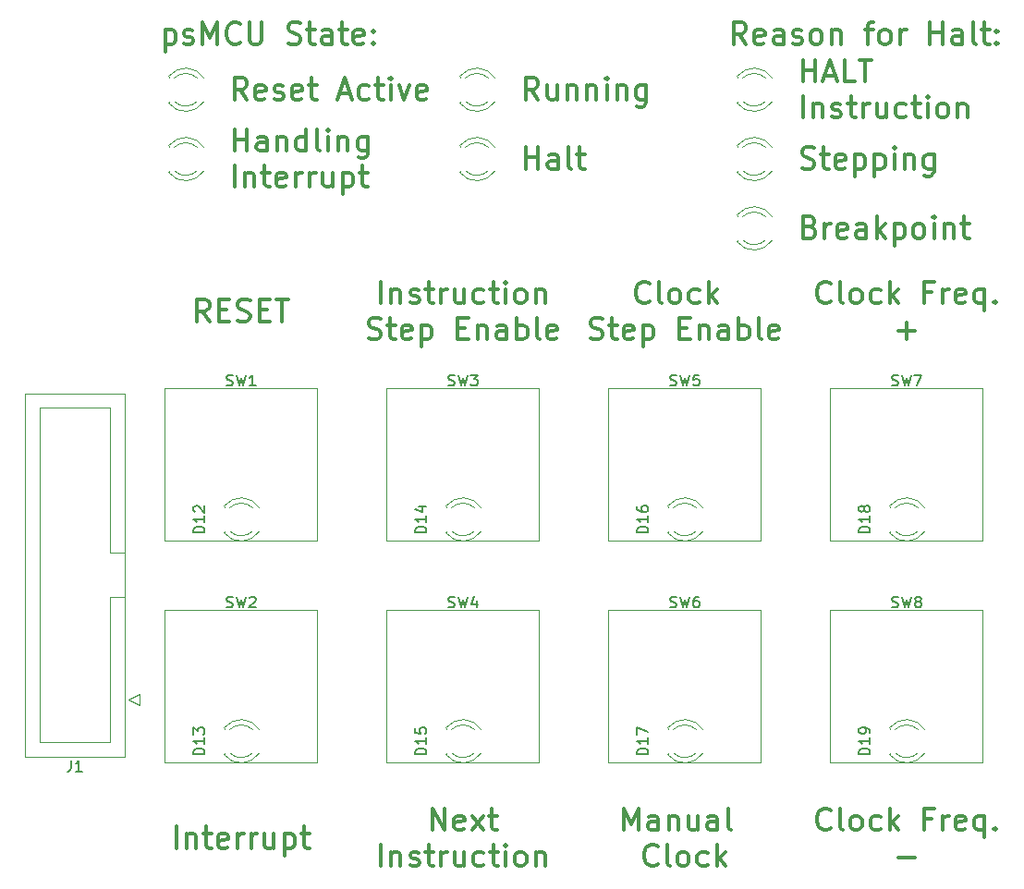
<source format=gbr>
%TF.GenerationSoftware,KiCad,Pcbnew,(5.1.9)-1*%
%TF.CreationDate,2021-03-30T21:11:26+02:00*%
%TF.ProjectId,RemoteCtrl,52656d6f-7465-4437-9472-6c2e6b696361,v0.1*%
%TF.SameCoordinates,Original*%
%TF.FileFunction,Legend,Top*%
%TF.FilePolarity,Positive*%
%FSLAX46Y46*%
G04 Gerber Fmt 4.6, Leading zero omitted, Abs format (unit mm)*
G04 Created by KiCad (PCBNEW (5.1.9)-1) date 2021-03-30 21:11:26*
%MOMM*%
%LPD*%
G01*
G04 APERTURE LIST*
%ADD10C,0.300000*%
%ADD11C,0.120000*%
%ADD12C,0.150000*%
G04 APERTURE END LIST*
D10*
X113701190Y-42434761D02*
X113701190Y-40434761D01*
X113701190Y-41387142D02*
X114844047Y-41387142D01*
X114844047Y-42434761D02*
X114844047Y-40434761D01*
X116653571Y-42434761D02*
X116653571Y-41387142D01*
X116558333Y-41196666D01*
X116367857Y-41101428D01*
X115986904Y-41101428D01*
X115796428Y-41196666D01*
X116653571Y-42339523D02*
X116463095Y-42434761D01*
X115986904Y-42434761D01*
X115796428Y-42339523D01*
X115701190Y-42149047D01*
X115701190Y-41958571D01*
X115796428Y-41768095D01*
X115986904Y-41672857D01*
X116463095Y-41672857D01*
X116653571Y-41577619D01*
X117605952Y-41101428D02*
X117605952Y-42434761D01*
X117605952Y-41291904D02*
X117701190Y-41196666D01*
X117891666Y-41101428D01*
X118177380Y-41101428D01*
X118367857Y-41196666D01*
X118463095Y-41387142D01*
X118463095Y-42434761D01*
X120272619Y-42434761D02*
X120272619Y-40434761D01*
X120272619Y-42339523D02*
X120082142Y-42434761D01*
X119701190Y-42434761D01*
X119510714Y-42339523D01*
X119415476Y-42244285D01*
X119320238Y-42053809D01*
X119320238Y-41482380D01*
X119415476Y-41291904D01*
X119510714Y-41196666D01*
X119701190Y-41101428D01*
X120082142Y-41101428D01*
X120272619Y-41196666D01*
X121510714Y-42434761D02*
X121320238Y-42339523D01*
X121225000Y-42149047D01*
X121225000Y-40434761D01*
X122272619Y-42434761D02*
X122272619Y-41101428D01*
X122272619Y-40434761D02*
X122177380Y-40530000D01*
X122272619Y-40625238D01*
X122367857Y-40530000D01*
X122272619Y-40434761D01*
X122272619Y-40625238D01*
X123225000Y-41101428D02*
X123225000Y-42434761D01*
X123225000Y-41291904D02*
X123320238Y-41196666D01*
X123510714Y-41101428D01*
X123796428Y-41101428D01*
X123986904Y-41196666D01*
X124082142Y-41387142D01*
X124082142Y-42434761D01*
X125891666Y-41101428D02*
X125891666Y-42720476D01*
X125796428Y-42910952D01*
X125701190Y-43006190D01*
X125510714Y-43101428D01*
X125225000Y-43101428D01*
X125034523Y-43006190D01*
X125891666Y-42339523D02*
X125701190Y-42434761D01*
X125320238Y-42434761D01*
X125129761Y-42339523D01*
X125034523Y-42244285D01*
X124939285Y-42053809D01*
X124939285Y-41482380D01*
X125034523Y-41291904D01*
X125129761Y-41196666D01*
X125320238Y-41101428D01*
X125701190Y-41101428D01*
X125891666Y-41196666D01*
X113701190Y-45734761D02*
X113701190Y-43734761D01*
X114653571Y-44401428D02*
X114653571Y-45734761D01*
X114653571Y-44591904D02*
X114748809Y-44496666D01*
X114939285Y-44401428D01*
X115225000Y-44401428D01*
X115415476Y-44496666D01*
X115510714Y-44687142D01*
X115510714Y-45734761D01*
X116177380Y-44401428D02*
X116939285Y-44401428D01*
X116463095Y-43734761D02*
X116463095Y-45449047D01*
X116558333Y-45639523D01*
X116748809Y-45734761D01*
X116939285Y-45734761D01*
X118367857Y-45639523D02*
X118177380Y-45734761D01*
X117796428Y-45734761D01*
X117605952Y-45639523D01*
X117510714Y-45449047D01*
X117510714Y-44687142D01*
X117605952Y-44496666D01*
X117796428Y-44401428D01*
X118177380Y-44401428D01*
X118367857Y-44496666D01*
X118463095Y-44687142D01*
X118463095Y-44877619D01*
X117510714Y-45068095D01*
X119320238Y-45734761D02*
X119320238Y-44401428D01*
X119320238Y-44782380D02*
X119415476Y-44591904D01*
X119510714Y-44496666D01*
X119701190Y-44401428D01*
X119891666Y-44401428D01*
X120558333Y-45734761D02*
X120558333Y-44401428D01*
X120558333Y-44782380D02*
X120653571Y-44591904D01*
X120748809Y-44496666D01*
X120939285Y-44401428D01*
X121129761Y-44401428D01*
X122653571Y-44401428D02*
X122653571Y-45734761D01*
X121796428Y-44401428D02*
X121796428Y-45449047D01*
X121891666Y-45639523D01*
X122082142Y-45734761D01*
X122367857Y-45734761D01*
X122558333Y-45639523D01*
X122653571Y-45544285D01*
X123605952Y-44401428D02*
X123605952Y-46401428D01*
X123605952Y-44496666D02*
X123796428Y-44401428D01*
X124177380Y-44401428D01*
X124367857Y-44496666D01*
X124463095Y-44591904D01*
X124558333Y-44782380D01*
X124558333Y-45353809D01*
X124463095Y-45544285D01*
X124367857Y-45639523D01*
X124177380Y-45734761D01*
X123796428Y-45734761D01*
X123605952Y-45639523D01*
X125129761Y-44401428D02*
X125891666Y-44401428D01*
X125415476Y-43734761D02*
X125415476Y-45449047D01*
X125510714Y-45639523D01*
X125701190Y-45734761D01*
X125891666Y-45734761D01*
X114844047Y-37734761D02*
X114177380Y-36782380D01*
X113701190Y-37734761D02*
X113701190Y-35734761D01*
X114463095Y-35734761D01*
X114653571Y-35830000D01*
X114748809Y-35925238D01*
X114844047Y-36115714D01*
X114844047Y-36401428D01*
X114748809Y-36591904D01*
X114653571Y-36687142D01*
X114463095Y-36782380D01*
X113701190Y-36782380D01*
X116463095Y-37639523D02*
X116272619Y-37734761D01*
X115891666Y-37734761D01*
X115701190Y-37639523D01*
X115605952Y-37449047D01*
X115605952Y-36687142D01*
X115701190Y-36496666D01*
X115891666Y-36401428D01*
X116272619Y-36401428D01*
X116463095Y-36496666D01*
X116558333Y-36687142D01*
X116558333Y-36877619D01*
X115605952Y-37068095D01*
X117320238Y-37639523D02*
X117510714Y-37734761D01*
X117891666Y-37734761D01*
X118082142Y-37639523D01*
X118177380Y-37449047D01*
X118177380Y-37353809D01*
X118082142Y-37163333D01*
X117891666Y-37068095D01*
X117605952Y-37068095D01*
X117415476Y-36972857D01*
X117320238Y-36782380D01*
X117320238Y-36687142D01*
X117415476Y-36496666D01*
X117605952Y-36401428D01*
X117891666Y-36401428D01*
X118082142Y-36496666D01*
X119796428Y-37639523D02*
X119605952Y-37734761D01*
X119225000Y-37734761D01*
X119034523Y-37639523D01*
X118939285Y-37449047D01*
X118939285Y-36687142D01*
X119034523Y-36496666D01*
X119225000Y-36401428D01*
X119605952Y-36401428D01*
X119796428Y-36496666D01*
X119891666Y-36687142D01*
X119891666Y-36877619D01*
X118939285Y-37068095D01*
X120463095Y-36401428D02*
X121225000Y-36401428D01*
X120748809Y-35734761D02*
X120748809Y-37449047D01*
X120844047Y-37639523D01*
X121034523Y-37734761D01*
X121225000Y-37734761D01*
X123320238Y-37163333D02*
X124272619Y-37163333D01*
X123129761Y-37734761D02*
X123796428Y-35734761D01*
X124463095Y-37734761D01*
X125986904Y-37639523D02*
X125796428Y-37734761D01*
X125415476Y-37734761D01*
X125225000Y-37639523D01*
X125129761Y-37544285D01*
X125034523Y-37353809D01*
X125034523Y-36782380D01*
X125129761Y-36591904D01*
X125225000Y-36496666D01*
X125415476Y-36401428D01*
X125796428Y-36401428D01*
X125986904Y-36496666D01*
X126558333Y-36401428D02*
X127320238Y-36401428D01*
X126844047Y-35734761D02*
X126844047Y-37449047D01*
X126939285Y-37639523D01*
X127129761Y-37734761D01*
X127320238Y-37734761D01*
X127986904Y-37734761D02*
X127986904Y-36401428D01*
X127986904Y-35734761D02*
X127891666Y-35830000D01*
X127986904Y-35925238D01*
X128082142Y-35830000D01*
X127986904Y-35734761D01*
X127986904Y-35925238D01*
X128748809Y-36401428D02*
X129225000Y-37734761D01*
X129701190Y-36401428D01*
X131225000Y-37639523D02*
X131034523Y-37734761D01*
X130653571Y-37734761D01*
X130463095Y-37639523D01*
X130367857Y-37449047D01*
X130367857Y-36687142D01*
X130463095Y-36496666D01*
X130653571Y-36401428D01*
X131034523Y-36401428D01*
X131225000Y-36496666D01*
X131320238Y-36687142D01*
X131320238Y-36877619D01*
X130367857Y-37068095D01*
X166437857Y-49387142D02*
X166723571Y-49482380D01*
X166818809Y-49577619D01*
X166914047Y-49768095D01*
X166914047Y-50053809D01*
X166818809Y-50244285D01*
X166723571Y-50339523D01*
X166533095Y-50434761D01*
X165771190Y-50434761D01*
X165771190Y-48434761D01*
X166437857Y-48434761D01*
X166628333Y-48530000D01*
X166723571Y-48625238D01*
X166818809Y-48815714D01*
X166818809Y-49006190D01*
X166723571Y-49196666D01*
X166628333Y-49291904D01*
X166437857Y-49387142D01*
X165771190Y-49387142D01*
X167771190Y-50434761D02*
X167771190Y-49101428D01*
X167771190Y-49482380D02*
X167866428Y-49291904D01*
X167961666Y-49196666D01*
X168152142Y-49101428D01*
X168342619Y-49101428D01*
X169771190Y-50339523D02*
X169580714Y-50434761D01*
X169199761Y-50434761D01*
X169009285Y-50339523D01*
X168914047Y-50149047D01*
X168914047Y-49387142D01*
X169009285Y-49196666D01*
X169199761Y-49101428D01*
X169580714Y-49101428D01*
X169771190Y-49196666D01*
X169866428Y-49387142D01*
X169866428Y-49577619D01*
X168914047Y-49768095D01*
X171580714Y-50434761D02*
X171580714Y-49387142D01*
X171485476Y-49196666D01*
X171295000Y-49101428D01*
X170914047Y-49101428D01*
X170723571Y-49196666D01*
X171580714Y-50339523D02*
X171390238Y-50434761D01*
X170914047Y-50434761D01*
X170723571Y-50339523D01*
X170628333Y-50149047D01*
X170628333Y-49958571D01*
X170723571Y-49768095D01*
X170914047Y-49672857D01*
X171390238Y-49672857D01*
X171580714Y-49577619D01*
X172533095Y-50434761D02*
X172533095Y-48434761D01*
X172723571Y-49672857D02*
X173295000Y-50434761D01*
X173295000Y-49101428D02*
X172533095Y-49863333D01*
X174152142Y-49101428D02*
X174152142Y-51101428D01*
X174152142Y-49196666D02*
X174342619Y-49101428D01*
X174723571Y-49101428D01*
X174914047Y-49196666D01*
X175009285Y-49291904D01*
X175104523Y-49482380D01*
X175104523Y-50053809D01*
X175009285Y-50244285D01*
X174914047Y-50339523D01*
X174723571Y-50434761D01*
X174342619Y-50434761D01*
X174152142Y-50339523D01*
X176247380Y-50434761D02*
X176056904Y-50339523D01*
X175961666Y-50244285D01*
X175866428Y-50053809D01*
X175866428Y-49482380D01*
X175961666Y-49291904D01*
X176056904Y-49196666D01*
X176247380Y-49101428D01*
X176533095Y-49101428D01*
X176723571Y-49196666D01*
X176818809Y-49291904D01*
X176914047Y-49482380D01*
X176914047Y-50053809D01*
X176818809Y-50244285D01*
X176723571Y-50339523D01*
X176533095Y-50434761D01*
X176247380Y-50434761D01*
X177771190Y-50434761D02*
X177771190Y-49101428D01*
X177771190Y-48434761D02*
X177675952Y-48530000D01*
X177771190Y-48625238D01*
X177866428Y-48530000D01*
X177771190Y-48434761D01*
X177771190Y-48625238D01*
X178723571Y-49101428D02*
X178723571Y-50434761D01*
X178723571Y-49291904D02*
X178818809Y-49196666D01*
X179009285Y-49101428D01*
X179295000Y-49101428D01*
X179485476Y-49196666D01*
X179580714Y-49387142D01*
X179580714Y-50434761D01*
X180247380Y-49101428D02*
X181009285Y-49101428D01*
X180533095Y-48434761D02*
X180533095Y-50149047D01*
X180628333Y-50339523D01*
X180818809Y-50434761D01*
X181009285Y-50434761D01*
X165675952Y-43989523D02*
X165961666Y-44084761D01*
X166437857Y-44084761D01*
X166628333Y-43989523D01*
X166723571Y-43894285D01*
X166818809Y-43703809D01*
X166818809Y-43513333D01*
X166723571Y-43322857D01*
X166628333Y-43227619D01*
X166437857Y-43132380D01*
X166056904Y-43037142D01*
X165866428Y-42941904D01*
X165771190Y-42846666D01*
X165675952Y-42656190D01*
X165675952Y-42465714D01*
X165771190Y-42275238D01*
X165866428Y-42180000D01*
X166056904Y-42084761D01*
X166533095Y-42084761D01*
X166818809Y-42180000D01*
X167390238Y-42751428D02*
X168152142Y-42751428D01*
X167675952Y-42084761D02*
X167675952Y-43799047D01*
X167771190Y-43989523D01*
X167961666Y-44084761D01*
X168152142Y-44084761D01*
X169580714Y-43989523D02*
X169390238Y-44084761D01*
X169009285Y-44084761D01*
X168818809Y-43989523D01*
X168723571Y-43799047D01*
X168723571Y-43037142D01*
X168818809Y-42846666D01*
X169009285Y-42751428D01*
X169390238Y-42751428D01*
X169580714Y-42846666D01*
X169675952Y-43037142D01*
X169675952Y-43227619D01*
X168723571Y-43418095D01*
X170533095Y-42751428D02*
X170533095Y-44751428D01*
X170533095Y-42846666D02*
X170723571Y-42751428D01*
X171104523Y-42751428D01*
X171295000Y-42846666D01*
X171390238Y-42941904D01*
X171485476Y-43132380D01*
X171485476Y-43703809D01*
X171390238Y-43894285D01*
X171295000Y-43989523D01*
X171104523Y-44084761D01*
X170723571Y-44084761D01*
X170533095Y-43989523D01*
X172342619Y-42751428D02*
X172342619Y-44751428D01*
X172342619Y-42846666D02*
X172533095Y-42751428D01*
X172914047Y-42751428D01*
X173104523Y-42846666D01*
X173199761Y-42941904D01*
X173295000Y-43132380D01*
X173295000Y-43703809D01*
X173199761Y-43894285D01*
X173104523Y-43989523D01*
X172914047Y-44084761D01*
X172533095Y-44084761D01*
X172342619Y-43989523D01*
X174152142Y-44084761D02*
X174152142Y-42751428D01*
X174152142Y-42084761D02*
X174056904Y-42180000D01*
X174152142Y-42275238D01*
X174247380Y-42180000D01*
X174152142Y-42084761D01*
X174152142Y-42275238D01*
X175104523Y-42751428D02*
X175104523Y-44084761D01*
X175104523Y-42941904D02*
X175199761Y-42846666D01*
X175390238Y-42751428D01*
X175675952Y-42751428D01*
X175866428Y-42846666D01*
X175961666Y-43037142D01*
X175961666Y-44084761D01*
X177771190Y-42751428D02*
X177771190Y-44370476D01*
X177675952Y-44560952D01*
X177580714Y-44656190D01*
X177390238Y-44751428D01*
X177104523Y-44751428D01*
X176914047Y-44656190D01*
X177771190Y-43989523D02*
X177580714Y-44084761D01*
X177199761Y-44084761D01*
X177009285Y-43989523D01*
X176914047Y-43894285D01*
X176818809Y-43703809D01*
X176818809Y-43132380D01*
X176914047Y-42941904D01*
X177009285Y-42846666D01*
X177199761Y-42751428D01*
X177580714Y-42751428D01*
X177771190Y-42846666D01*
X165771190Y-36084761D02*
X165771190Y-34084761D01*
X165771190Y-35037142D02*
X166914047Y-35037142D01*
X166914047Y-36084761D02*
X166914047Y-34084761D01*
X167771190Y-35513333D02*
X168723571Y-35513333D01*
X167580714Y-36084761D02*
X168247380Y-34084761D01*
X168914047Y-36084761D01*
X170533095Y-36084761D02*
X169580714Y-36084761D01*
X169580714Y-34084761D01*
X170914047Y-34084761D02*
X172056904Y-34084761D01*
X171485476Y-36084761D02*
X171485476Y-34084761D01*
X165771190Y-39384761D02*
X165771190Y-37384761D01*
X166723571Y-38051428D02*
X166723571Y-39384761D01*
X166723571Y-38241904D02*
X166818809Y-38146666D01*
X167009285Y-38051428D01*
X167295000Y-38051428D01*
X167485476Y-38146666D01*
X167580714Y-38337142D01*
X167580714Y-39384761D01*
X168437857Y-39289523D02*
X168628333Y-39384761D01*
X169009285Y-39384761D01*
X169199761Y-39289523D01*
X169295000Y-39099047D01*
X169295000Y-39003809D01*
X169199761Y-38813333D01*
X169009285Y-38718095D01*
X168723571Y-38718095D01*
X168533095Y-38622857D01*
X168437857Y-38432380D01*
X168437857Y-38337142D01*
X168533095Y-38146666D01*
X168723571Y-38051428D01*
X169009285Y-38051428D01*
X169199761Y-38146666D01*
X169866428Y-38051428D02*
X170628333Y-38051428D01*
X170152142Y-37384761D02*
X170152142Y-39099047D01*
X170247380Y-39289523D01*
X170437857Y-39384761D01*
X170628333Y-39384761D01*
X171295000Y-39384761D02*
X171295000Y-38051428D01*
X171295000Y-38432380D02*
X171390238Y-38241904D01*
X171485476Y-38146666D01*
X171675952Y-38051428D01*
X171866428Y-38051428D01*
X173390238Y-38051428D02*
X173390238Y-39384761D01*
X172533095Y-38051428D02*
X172533095Y-39099047D01*
X172628333Y-39289523D01*
X172818809Y-39384761D01*
X173104523Y-39384761D01*
X173295000Y-39289523D01*
X173390238Y-39194285D01*
X175199761Y-39289523D02*
X175009285Y-39384761D01*
X174628333Y-39384761D01*
X174437857Y-39289523D01*
X174342619Y-39194285D01*
X174247380Y-39003809D01*
X174247380Y-38432380D01*
X174342619Y-38241904D01*
X174437857Y-38146666D01*
X174628333Y-38051428D01*
X175009285Y-38051428D01*
X175199761Y-38146666D01*
X175771190Y-38051428D02*
X176533095Y-38051428D01*
X176056904Y-37384761D02*
X176056904Y-39099047D01*
X176152142Y-39289523D01*
X176342619Y-39384761D01*
X176533095Y-39384761D01*
X177199761Y-39384761D02*
X177199761Y-38051428D01*
X177199761Y-37384761D02*
X177104523Y-37480000D01*
X177199761Y-37575238D01*
X177295000Y-37480000D01*
X177199761Y-37384761D01*
X177199761Y-37575238D01*
X178437857Y-39384761D02*
X178247380Y-39289523D01*
X178152142Y-39194285D01*
X178056904Y-39003809D01*
X178056904Y-38432380D01*
X178152142Y-38241904D01*
X178247380Y-38146666D01*
X178437857Y-38051428D01*
X178723571Y-38051428D01*
X178914047Y-38146666D01*
X179009285Y-38241904D01*
X179104523Y-38432380D01*
X179104523Y-39003809D01*
X179009285Y-39194285D01*
X178914047Y-39289523D01*
X178723571Y-39384761D01*
X178437857Y-39384761D01*
X179961666Y-38051428D02*
X179961666Y-39384761D01*
X179961666Y-38241904D02*
X180056904Y-38146666D01*
X180247380Y-38051428D01*
X180533095Y-38051428D01*
X180723571Y-38146666D01*
X180818809Y-38337142D01*
X180818809Y-39384761D01*
X160564047Y-32654761D02*
X159897380Y-31702380D01*
X159421190Y-32654761D02*
X159421190Y-30654761D01*
X160183095Y-30654761D01*
X160373571Y-30750000D01*
X160468809Y-30845238D01*
X160564047Y-31035714D01*
X160564047Y-31321428D01*
X160468809Y-31511904D01*
X160373571Y-31607142D01*
X160183095Y-31702380D01*
X159421190Y-31702380D01*
X162183095Y-32559523D02*
X161992619Y-32654761D01*
X161611666Y-32654761D01*
X161421190Y-32559523D01*
X161325952Y-32369047D01*
X161325952Y-31607142D01*
X161421190Y-31416666D01*
X161611666Y-31321428D01*
X161992619Y-31321428D01*
X162183095Y-31416666D01*
X162278333Y-31607142D01*
X162278333Y-31797619D01*
X161325952Y-31988095D01*
X163992619Y-32654761D02*
X163992619Y-31607142D01*
X163897380Y-31416666D01*
X163706904Y-31321428D01*
X163325952Y-31321428D01*
X163135476Y-31416666D01*
X163992619Y-32559523D02*
X163802142Y-32654761D01*
X163325952Y-32654761D01*
X163135476Y-32559523D01*
X163040238Y-32369047D01*
X163040238Y-32178571D01*
X163135476Y-31988095D01*
X163325952Y-31892857D01*
X163802142Y-31892857D01*
X163992619Y-31797619D01*
X164849761Y-32559523D02*
X165040238Y-32654761D01*
X165421190Y-32654761D01*
X165611666Y-32559523D01*
X165706904Y-32369047D01*
X165706904Y-32273809D01*
X165611666Y-32083333D01*
X165421190Y-31988095D01*
X165135476Y-31988095D01*
X164945000Y-31892857D01*
X164849761Y-31702380D01*
X164849761Y-31607142D01*
X164945000Y-31416666D01*
X165135476Y-31321428D01*
X165421190Y-31321428D01*
X165611666Y-31416666D01*
X166849761Y-32654761D02*
X166659285Y-32559523D01*
X166564047Y-32464285D01*
X166468809Y-32273809D01*
X166468809Y-31702380D01*
X166564047Y-31511904D01*
X166659285Y-31416666D01*
X166849761Y-31321428D01*
X167135476Y-31321428D01*
X167325952Y-31416666D01*
X167421190Y-31511904D01*
X167516428Y-31702380D01*
X167516428Y-32273809D01*
X167421190Y-32464285D01*
X167325952Y-32559523D01*
X167135476Y-32654761D01*
X166849761Y-32654761D01*
X168373571Y-31321428D02*
X168373571Y-32654761D01*
X168373571Y-31511904D02*
X168468809Y-31416666D01*
X168659285Y-31321428D01*
X168945000Y-31321428D01*
X169135476Y-31416666D01*
X169230714Y-31607142D01*
X169230714Y-32654761D01*
X171421190Y-31321428D02*
X172183095Y-31321428D01*
X171706904Y-32654761D02*
X171706904Y-30940476D01*
X171802142Y-30750000D01*
X171992619Y-30654761D01*
X172183095Y-30654761D01*
X173135476Y-32654761D02*
X172945000Y-32559523D01*
X172849761Y-32464285D01*
X172754523Y-32273809D01*
X172754523Y-31702380D01*
X172849761Y-31511904D01*
X172945000Y-31416666D01*
X173135476Y-31321428D01*
X173421190Y-31321428D01*
X173611666Y-31416666D01*
X173706904Y-31511904D01*
X173802142Y-31702380D01*
X173802142Y-32273809D01*
X173706904Y-32464285D01*
X173611666Y-32559523D01*
X173421190Y-32654761D01*
X173135476Y-32654761D01*
X174659285Y-32654761D02*
X174659285Y-31321428D01*
X174659285Y-31702380D02*
X174754523Y-31511904D01*
X174849761Y-31416666D01*
X175040238Y-31321428D01*
X175230714Y-31321428D01*
X177421190Y-32654761D02*
X177421190Y-30654761D01*
X177421190Y-31607142D02*
X178564047Y-31607142D01*
X178564047Y-32654761D02*
X178564047Y-30654761D01*
X180373571Y-32654761D02*
X180373571Y-31607142D01*
X180278333Y-31416666D01*
X180087857Y-31321428D01*
X179706904Y-31321428D01*
X179516428Y-31416666D01*
X180373571Y-32559523D02*
X180183095Y-32654761D01*
X179706904Y-32654761D01*
X179516428Y-32559523D01*
X179421190Y-32369047D01*
X179421190Y-32178571D01*
X179516428Y-31988095D01*
X179706904Y-31892857D01*
X180183095Y-31892857D01*
X180373571Y-31797619D01*
X181611666Y-32654761D02*
X181421190Y-32559523D01*
X181325952Y-32369047D01*
X181325952Y-30654761D01*
X182087857Y-31321428D02*
X182849761Y-31321428D01*
X182373571Y-30654761D02*
X182373571Y-32369047D01*
X182468809Y-32559523D01*
X182659285Y-32654761D01*
X182849761Y-32654761D01*
X183516428Y-32464285D02*
X183611666Y-32559523D01*
X183516428Y-32654761D01*
X183421190Y-32559523D01*
X183516428Y-32464285D01*
X183516428Y-32654761D01*
X183516428Y-31416666D02*
X183611666Y-31511904D01*
X183516428Y-31607142D01*
X183421190Y-31511904D01*
X183516428Y-31416666D01*
X183516428Y-31607142D01*
X140371190Y-44084761D02*
X140371190Y-42084761D01*
X140371190Y-43037142D02*
X141514047Y-43037142D01*
X141514047Y-44084761D02*
X141514047Y-42084761D01*
X143323571Y-44084761D02*
X143323571Y-43037142D01*
X143228333Y-42846666D01*
X143037857Y-42751428D01*
X142656904Y-42751428D01*
X142466428Y-42846666D01*
X143323571Y-43989523D02*
X143133095Y-44084761D01*
X142656904Y-44084761D01*
X142466428Y-43989523D01*
X142371190Y-43799047D01*
X142371190Y-43608571D01*
X142466428Y-43418095D01*
X142656904Y-43322857D01*
X143133095Y-43322857D01*
X143323571Y-43227619D01*
X144561666Y-44084761D02*
X144371190Y-43989523D01*
X144275952Y-43799047D01*
X144275952Y-42084761D01*
X145037857Y-42751428D02*
X145799761Y-42751428D01*
X145323571Y-42084761D02*
X145323571Y-43799047D01*
X145418809Y-43989523D01*
X145609285Y-44084761D01*
X145799761Y-44084761D01*
X141514047Y-37734761D02*
X140847380Y-36782380D01*
X140371190Y-37734761D02*
X140371190Y-35734761D01*
X141133095Y-35734761D01*
X141323571Y-35830000D01*
X141418809Y-35925238D01*
X141514047Y-36115714D01*
X141514047Y-36401428D01*
X141418809Y-36591904D01*
X141323571Y-36687142D01*
X141133095Y-36782380D01*
X140371190Y-36782380D01*
X143228333Y-36401428D02*
X143228333Y-37734761D01*
X142371190Y-36401428D02*
X142371190Y-37449047D01*
X142466428Y-37639523D01*
X142656904Y-37734761D01*
X142942619Y-37734761D01*
X143133095Y-37639523D01*
X143228333Y-37544285D01*
X144180714Y-36401428D02*
X144180714Y-37734761D01*
X144180714Y-36591904D02*
X144275952Y-36496666D01*
X144466428Y-36401428D01*
X144752142Y-36401428D01*
X144942619Y-36496666D01*
X145037857Y-36687142D01*
X145037857Y-37734761D01*
X145990238Y-36401428D02*
X145990238Y-37734761D01*
X145990238Y-36591904D02*
X146085476Y-36496666D01*
X146275952Y-36401428D01*
X146561666Y-36401428D01*
X146752142Y-36496666D01*
X146847380Y-36687142D01*
X146847380Y-37734761D01*
X147799761Y-37734761D02*
X147799761Y-36401428D01*
X147799761Y-35734761D02*
X147704523Y-35830000D01*
X147799761Y-35925238D01*
X147895000Y-35830000D01*
X147799761Y-35734761D01*
X147799761Y-35925238D01*
X148752142Y-36401428D02*
X148752142Y-37734761D01*
X148752142Y-36591904D02*
X148847380Y-36496666D01*
X149037857Y-36401428D01*
X149323571Y-36401428D01*
X149514047Y-36496666D01*
X149609285Y-36687142D01*
X149609285Y-37734761D01*
X151418809Y-36401428D02*
X151418809Y-38020476D01*
X151323571Y-38210952D01*
X151228333Y-38306190D01*
X151037857Y-38401428D01*
X150752142Y-38401428D01*
X150561666Y-38306190D01*
X151418809Y-37639523D02*
X151228333Y-37734761D01*
X150847380Y-37734761D01*
X150656904Y-37639523D01*
X150561666Y-37544285D01*
X150466428Y-37353809D01*
X150466428Y-36782380D01*
X150561666Y-36591904D01*
X150656904Y-36496666D01*
X150847380Y-36401428D01*
X151228333Y-36401428D01*
X151418809Y-36496666D01*
X107351190Y-31321428D02*
X107351190Y-33321428D01*
X107351190Y-31416666D02*
X107541666Y-31321428D01*
X107922619Y-31321428D01*
X108113095Y-31416666D01*
X108208333Y-31511904D01*
X108303571Y-31702380D01*
X108303571Y-32273809D01*
X108208333Y-32464285D01*
X108113095Y-32559523D01*
X107922619Y-32654761D01*
X107541666Y-32654761D01*
X107351190Y-32559523D01*
X109065476Y-32559523D02*
X109255952Y-32654761D01*
X109636904Y-32654761D01*
X109827380Y-32559523D01*
X109922619Y-32369047D01*
X109922619Y-32273809D01*
X109827380Y-32083333D01*
X109636904Y-31988095D01*
X109351190Y-31988095D01*
X109160714Y-31892857D01*
X109065476Y-31702380D01*
X109065476Y-31607142D01*
X109160714Y-31416666D01*
X109351190Y-31321428D01*
X109636904Y-31321428D01*
X109827380Y-31416666D01*
X110779761Y-32654761D02*
X110779761Y-30654761D01*
X111446428Y-32083333D01*
X112113095Y-30654761D01*
X112113095Y-32654761D01*
X114208333Y-32464285D02*
X114113095Y-32559523D01*
X113827380Y-32654761D01*
X113636904Y-32654761D01*
X113351190Y-32559523D01*
X113160714Y-32369047D01*
X113065476Y-32178571D01*
X112970238Y-31797619D01*
X112970238Y-31511904D01*
X113065476Y-31130952D01*
X113160714Y-30940476D01*
X113351190Y-30750000D01*
X113636904Y-30654761D01*
X113827380Y-30654761D01*
X114113095Y-30750000D01*
X114208333Y-30845238D01*
X115065476Y-30654761D02*
X115065476Y-32273809D01*
X115160714Y-32464285D01*
X115255952Y-32559523D01*
X115446428Y-32654761D01*
X115827380Y-32654761D01*
X116017857Y-32559523D01*
X116113095Y-32464285D01*
X116208333Y-32273809D01*
X116208333Y-30654761D01*
X118589285Y-32559523D02*
X118875000Y-32654761D01*
X119351190Y-32654761D01*
X119541666Y-32559523D01*
X119636904Y-32464285D01*
X119732142Y-32273809D01*
X119732142Y-32083333D01*
X119636904Y-31892857D01*
X119541666Y-31797619D01*
X119351190Y-31702380D01*
X118970238Y-31607142D01*
X118779761Y-31511904D01*
X118684523Y-31416666D01*
X118589285Y-31226190D01*
X118589285Y-31035714D01*
X118684523Y-30845238D01*
X118779761Y-30750000D01*
X118970238Y-30654761D01*
X119446428Y-30654761D01*
X119732142Y-30750000D01*
X120303571Y-31321428D02*
X121065476Y-31321428D01*
X120589285Y-30654761D02*
X120589285Y-32369047D01*
X120684523Y-32559523D01*
X120875000Y-32654761D01*
X121065476Y-32654761D01*
X122589285Y-32654761D02*
X122589285Y-31607142D01*
X122494047Y-31416666D01*
X122303571Y-31321428D01*
X121922619Y-31321428D01*
X121732142Y-31416666D01*
X122589285Y-32559523D02*
X122398809Y-32654761D01*
X121922619Y-32654761D01*
X121732142Y-32559523D01*
X121636904Y-32369047D01*
X121636904Y-32178571D01*
X121732142Y-31988095D01*
X121922619Y-31892857D01*
X122398809Y-31892857D01*
X122589285Y-31797619D01*
X123255952Y-31321428D02*
X124017857Y-31321428D01*
X123541666Y-30654761D02*
X123541666Y-32369047D01*
X123636904Y-32559523D01*
X123827380Y-32654761D01*
X124017857Y-32654761D01*
X125446428Y-32559523D02*
X125255952Y-32654761D01*
X124875000Y-32654761D01*
X124684523Y-32559523D01*
X124589285Y-32369047D01*
X124589285Y-31607142D01*
X124684523Y-31416666D01*
X124875000Y-31321428D01*
X125255952Y-31321428D01*
X125446428Y-31416666D01*
X125541666Y-31607142D01*
X125541666Y-31797619D01*
X124589285Y-31988095D01*
X126398809Y-32464285D02*
X126494047Y-32559523D01*
X126398809Y-32654761D01*
X126303571Y-32559523D01*
X126398809Y-32464285D01*
X126398809Y-32654761D01*
X126398809Y-31416666D02*
X126494047Y-31511904D01*
X126398809Y-31607142D01*
X126303571Y-31511904D01*
X126398809Y-31416666D01*
X126398809Y-31607142D01*
X168307619Y-104474285D02*
X168212380Y-104569523D01*
X167926666Y-104664761D01*
X167736190Y-104664761D01*
X167450476Y-104569523D01*
X167260000Y-104379047D01*
X167164761Y-104188571D01*
X167069523Y-103807619D01*
X167069523Y-103521904D01*
X167164761Y-103140952D01*
X167260000Y-102950476D01*
X167450476Y-102760000D01*
X167736190Y-102664761D01*
X167926666Y-102664761D01*
X168212380Y-102760000D01*
X168307619Y-102855238D01*
X169450476Y-104664761D02*
X169260000Y-104569523D01*
X169164761Y-104379047D01*
X169164761Y-102664761D01*
X170498095Y-104664761D02*
X170307619Y-104569523D01*
X170212380Y-104474285D01*
X170117142Y-104283809D01*
X170117142Y-103712380D01*
X170212380Y-103521904D01*
X170307619Y-103426666D01*
X170498095Y-103331428D01*
X170783809Y-103331428D01*
X170974285Y-103426666D01*
X171069523Y-103521904D01*
X171164761Y-103712380D01*
X171164761Y-104283809D01*
X171069523Y-104474285D01*
X170974285Y-104569523D01*
X170783809Y-104664761D01*
X170498095Y-104664761D01*
X172879047Y-104569523D02*
X172688571Y-104664761D01*
X172307619Y-104664761D01*
X172117142Y-104569523D01*
X172021904Y-104474285D01*
X171926666Y-104283809D01*
X171926666Y-103712380D01*
X172021904Y-103521904D01*
X172117142Y-103426666D01*
X172307619Y-103331428D01*
X172688571Y-103331428D01*
X172879047Y-103426666D01*
X173736190Y-104664761D02*
X173736190Y-102664761D01*
X173926666Y-103902857D02*
X174498095Y-104664761D01*
X174498095Y-103331428D02*
X173736190Y-104093333D01*
X177545714Y-103617142D02*
X176879047Y-103617142D01*
X176879047Y-104664761D02*
X176879047Y-102664761D01*
X177831428Y-102664761D01*
X178593333Y-104664761D02*
X178593333Y-103331428D01*
X178593333Y-103712380D02*
X178688571Y-103521904D01*
X178783809Y-103426666D01*
X178974285Y-103331428D01*
X179164761Y-103331428D01*
X180593333Y-104569523D02*
X180402857Y-104664761D01*
X180021904Y-104664761D01*
X179831428Y-104569523D01*
X179736190Y-104379047D01*
X179736190Y-103617142D01*
X179831428Y-103426666D01*
X180021904Y-103331428D01*
X180402857Y-103331428D01*
X180593333Y-103426666D01*
X180688571Y-103617142D01*
X180688571Y-103807619D01*
X179736190Y-103998095D01*
X182402857Y-103331428D02*
X182402857Y-105331428D01*
X182402857Y-104569523D02*
X182212380Y-104664761D01*
X181831428Y-104664761D01*
X181640952Y-104569523D01*
X181545714Y-104474285D01*
X181450476Y-104283809D01*
X181450476Y-103712380D01*
X181545714Y-103521904D01*
X181640952Y-103426666D01*
X181831428Y-103331428D01*
X182212380Y-103331428D01*
X182402857Y-103426666D01*
X183355238Y-104474285D02*
X183450476Y-104569523D01*
X183355238Y-104664761D01*
X183260000Y-104569523D01*
X183355238Y-104474285D01*
X183355238Y-104664761D01*
X174498095Y-107202857D02*
X176021904Y-107202857D01*
X168307619Y-56214285D02*
X168212380Y-56309523D01*
X167926666Y-56404761D01*
X167736190Y-56404761D01*
X167450476Y-56309523D01*
X167260000Y-56119047D01*
X167164761Y-55928571D01*
X167069523Y-55547619D01*
X167069523Y-55261904D01*
X167164761Y-54880952D01*
X167260000Y-54690476D01*
X167450476Y-54500000D01*
X167736190Y-54404761D01*
X167926666Y-54404761D01*
X168212380Y-54500000D01*
X168307619Y-54595238D01*
X169450476Y-56404761D02*
X169260000Y-56309523D01*
X169164761Y-56119047D01*
X169164761Y-54404761D01*
X170498095Y-56404761D02*
X170307619Y-56309523D01*
X170212380Y-56214285D01*
X170117142Y-56023809D01*
X170117142Y-55452380D01*
X170212380Y-55261904D01*
X170307619Y-55166666D01*
X170498095Y-55071428D01*
X170783809Y-55071428D01*
X170974285Y-55166666D01*
X171069523Y-55261904D01*
X171164761Y-55452380D01*
X171164761Y-56023809D01*
X171069523Y-56214285D01*
X170974285Y-56309523D01*
X170783809Y-56404761D01*
X170498095Y-56404761D01*
X172879047Y-56309523D02*
X172688571Y-56404761D01*
X172307619Y-56404761D01*
X172117142Y-56309523D01*
X172021904Y-56214285D01*
X171926666Y-56023809D01*
X171926666Y-55452380D01*
X172021904Y-55261904D01*
X172117142Y-55166666D01*
X172307619Y-55071428D01*
X172688571Y-55071428D01*
X172879047Y-55166666D01*
X173736190Y-56404761D02*
X173736190Y-54404761D01*
X173926666Y-55642857D02*
X174498095Y-56404761D01*
X174498095Y-55071428D02*
X173736190Y-55833333D01*
X177545714Y-55357142D02*
X176879047Y-55357142D01*
X176879047Y-56404761D02*
X176879047Y-54404761D01*
X177831428Y-54404761D01*
X178593333Y-56404761D02*
X178593333Y-55071428D01*
X178593333Y-55452380D02*
X178688571Y-55261904D01*
X178783809Y-55166666D01*
X178974285Y-55071428D01*
X179164761Y-55071428D01*
X180593333Y-56309523D02*
X180402857Y-56404761D01*
X180021904Y-56404761D01*
X179831428Y-56309523D01*
X179736190Y-56119047D01*
X179736190Y-55357142D01*
X179831428Y-55166666D01*
X180021904Y-55071428D01*
X180402857Y-55071428D01*
X180593333Y-55166666D01*
X180688571Y-55357142D01*
X180688571Y-55547619D01*
X179736190Y-55738095D01*
X182402857Y-55071428D02*
X182402857Y-57071428D01*
X182402857Y-56309523D02*
X182212380Y-56404761D01*
X181831428Y-56404761D01*
X181640952Y-56309523D01*
X181545714Y-56214285D01*
X181450476Y-56023809D01*
X181450476Y-55452380D01*
X181545714Y-55261904D01*
X181640952Y-55166666D01*
X181831428Y-55071428D01*
X182212380Y-55071428D01*
X182402857Y-55166666D01*
X183355238Y-56214285D02*
X183450476Y-56309523D01*
X183355238Y-56404761D01*
X183260000Y-56309523D01*
X183355238Y-56214285D01*
X183355238Y-56404761D01*
X174498095Y-58942857D02*
X176021904Y-58942857D01*
X175260000Y-59704761D02*
X175260000Y-58180952D01*
X149368571Y-104664761D02*
X149368571Y-102664761D01*
X150035238Y-104093333D01*
X150701904Y-102664761D01*
X150701904Y-104664761D01*
X152511428Y-104664761D02*
X152511428Y-103617142D01*
X152416190Y-103426666D01*
X152225714Y-103331428D01*
X151844761Y-103331428D01*
X151654285Y-103426666D01*
X152511428Y-104569523D02*
X152320952Y-104664761D01*
X151844761Y-104664761D01*
X151654285Y-104569523D01*
X151559047Y-104379047D01*
X151559047Y-104188571D01*
X151654285Y-103998095D01*
X151844761Y-103902857D01*
X152320952Y-103902857D01*
X152511428Y-103807619D01*
X153463809Y-103331428D02*
X153463809Y-104664761D01*
X153463809Y-103521904D02*
X153559047Y-103426666D01*
X153749523Y-103331428D01*
X154035238Y-103331428D01*
X154225714Y-103426666D01*
X154320952Y-103617142D01*
X154320952Y-104664761D01*
X156130476Y-103331428D02*
X156130476Y-104664761D01*
X155273333Y-103331428D02*
X155273333Y-104379047D01*
X155368571Y-104569523D01*
X155559047Y-104664761D01*
X155844761Y-104664761D01*
X156035238Y-104569523D01*
X156130476Y-104474285D01*
X157940000Y-104664761D02*
X157940000Y-103617142D01*
X157844761Y-103426666D01*
X157654285Y-103331428D01*
X157273333Y-103331428D01*
X157082857Y-103426666D01*
X157940000Y-104569523D02*
X157749523Y-104664761D01*
X157273333Y-104664761D01*
X157082857Y-104569523D01*
X156987619Y-104379047D01*
X156987619Y-104188571D01*
X157082857Y-103998095D01*
X157273333Y-103902857D01*
X157749523Y-103902857D01*
X157940000Y-103807619D01*
X159178095Y-104664761D02*
X158987619Y-104569523D01*
X158892380Y-104379047D01*
X158892380Y-102664761D01*
X152463809Y-107774285D02*
X152368571Y-107869523D01*
X152082857Y-107964761D01*
X151892380Y-107964761D01*
X151606666Y-107869523D01*
X151416190Y-107679047D01*
X151320952Y-107488571D01*
X151225714Y-107107619D01*
X151225714Y-106821904D01*
X151320952Y-106440952D01*
X151416190Y-106250476D01*
X151606666Y-106060000D01*
X151892380Y-105964761D01*
X152082857Y-105964761D01*
X152368571Y-106060000D01*
X152463809Y-106155238D01*
X153606666Y-107964761D02*
X153416190Y-107869523D01*
X153320952Y-107679047D01*
X153320952Y-105964761D01*
X154654285Y-107964761D02*
X154463809Y-107869523D01*
X154368571Y-107774285D01*
X154273333Y-107583809D01*
X154273333Y-107012380D01*
X154368571Y-106821904D01*
X154463809Y-106726666D01*
X154654285Y-106631428D01*
X154940000Y-106631428D01*
X155130476Y-106726666D01*
X155225714Y-106821904D01*
X155320952Y-107012380D01*
X155320952Y-107583809D01*
X155225714Y-107774285D01*
X155130476Y-107869523D01*
X154940000Y-107964761D01*
X154654285Y-107964761D01*
X157035238Y-107869523D02*
X156844761Y-107964761D01*
X156463809Y-107964761D01*
X156273333Y-107869523D01*
X156178095Y-107774285D01*
X156082857Y-107583809D01*
X156082857Y-107012380D01*
X156178095Y-106821904D01*
X156273333Y-106726666D01*
X156463809Y-106631428D01*
X156844761Y-106631428D01*
X157035238Y-106726666D01*
X157892380Y-107964761D02*
X157892380Y-105964761D01*
X158082857Y-107202857D02*
X158654285Y-107964761D01*
X158654285Y-106631428D02*
X157892380Y-107393333D01*
X151701904Y-56214285D02*
X151606666Y-56309523D01*
X151320952Y-56404761D01*
X151130476Y-56404761D01*
X150844761Y-56309523D01*
X150654285Y-56119047D01*
X150559047Y-55928571D01*
X150463809Y-55547619D01*
X150463809Y-55261904D01*
X150559047Y-54880952D01*
X150654285Y-54690476D01*
X150844761Y-54500000D01*
X151130476Y-54404761D01*
X151320952Y-54404761D01*
X151606666Y-54500000D01*
X151701904Y-54595238D01*
X152844761Y-56404761D02*
X152654285Y-56309523D01*
X152559047Y-56119047D01*
X152559047Y-54404761D01*
X153892380Y-56404761D02*
X153701904Y-56309523D01*
X153606666Y-56214285D01*
X153511428Y-56023809D01*
X153511428Y-55452380D01*
X153606666Y-55261904D01*
X153701904Y-55166666D01*
X153892380Y-55071428D01*
X154178095Y-55071428D01*
X154368571Y-55166666D01*
X154463809Y-55261904D01*
X154559047Y-55452380D01*
X154559047Y-56023809D01*
X154463809Y-56214285D01*
X154368571Y-56309523D01*
X154178095Y-56404761D01*
X153892380Y-56404761D01*
X156273333Y-56309523D02*
X156082857Y-56404761D01*
X155701904Y-56404761D01*
X155511428Y-56309523D01*
X155416190Y-56214285D01*
X155320952Y-56023809D01*
X155320952Y-55452380D01*
X155416190Y-55261904D01*
X155511428Y-55166666D01*
X155701904Y-55071428D01*
X156082857Y-55071428D01*
X156273333Y-55166666D01*
X157130476Y-56404761D02*
X157130476Y-54404761D01*
X157320952Y-55642857D02*
X157892380Y-56404761D01*
X157892380Y-55071428D02*
X157130476Y-55833333D01*
X146273333Y-59609523D02*
X146559047Y-59704761D01*
X147035238Y-59704761D01*
X147225714Y-59609523D01*
X147320952Y-59514285D01*
X147416190Y-59323809D01*
X147416190Y-59133333D01*
X147320952Y-58942857D01*
X147225714Y-58847619D01*
X147035238Y-58752380D01*
X146654285Y-58657142D01*
X146463809Y-58561904D01*
X146368571Y-58466666D01*
X146273333Y-58276190D01*
X146273333Y-58085714D01*
X146368571Y-57895238D01*
X146463809Y-57800000D01*
X146654285Y-57704761D01*
X147130476Y-57704761D01*
X147416190Y-57800000D01*
X147987619Y-58371428D02*
X148749523Y-58371428D01*
X148273333Y-57704761D02*
X148273333Y-59419047D01*
X148368571Y-59609523D01*
X148559047Y-59704761D01*
X148749523Y-59704761D01*
X150178095Y-59609523D02*
X149987619Y-59704761D01*
X149606666Y-59704761D01*
X149416190Y-59609523D01*
X149320952Y-59419047D01*
X149320952Y-58657142D01*
X149416190Y-58466666D01*
X149606666Y-58371428D01*
X149987619Y-58371428D01*
X150178095Y-58466666D01*
X150273333Y-58657142D01*
X150273333Y-58847619D01*
X149320952Y-59038095D01*
X151130476Y-58371428D02*
X151130476Y-60371428D01*
X151130476Y-58466666D02*
X151320952Y-58371428D01*
X151701904Y-58371428D01*
X151892380Y-58466666D01*
X151987619Y-58561904D01*
X152082857Y-58752380D01*
X152082857Y-59323809D01*
X151987619Y-59514285D01*
X151892380Y-59609523D01*
X151701904Y-59704761D01*
X151320952Y-59704761D01*
X151130476Y-59609523D01*
X154463809Y-58657142D02*
X155130476Y-58657142D01*
X155416190Y-59704761D02*
X154463809Y-59704761D01*
X154463809Y-57704761D01*
X155416190Y-57704761D01*
X156273333Y-58371428D02*
X156273333Y-59704761D01*
X156273333Y-58561904D02*
X156368571Y-58466666D01*
X156559047Y-58371428D01*
X156844761Y-58371428D01*
X157035238Y-58466666D01*
X157130476Y-58657142D01*
X157130476Y-59704761D01*
X158940000Y-59704761D02*
X158940000Y-58657142D01*
X158844761Y-58466666D01*
X158654285Y-58371428D01*
X158273333Y-58371428D01*
X158082857Y-58466666D01*
X158940000Y-59609523D02*
X158749523Y-59704761D01*
X158273333Y-59704761D01*
X158082857Y-59609523D01*
X157987619Y-59419047D01*
X157987619Y-59228571D01*
X158082857Y-59038095D01*
X158273333Y-58942857D01*
X158749523Y-58942857D01*
X158940000Y-58847619D01*
X159892380Y-59704761D02*
X159892380Y-57704761D01*
X159892380Y-58466666D02*
X160082857Y-58371428D01*
X160463809Y-58371428D01*
X160654285Y-58466666D01*
X160749523Y-58561904D01*
X160844761Y-58752380D01*
X160844761Y-59323809D01*
X160749523Y-59514285D01*
X160654285Y-59609523D01*
X160463809Y-59704761D01*
X160082857Y-59704761D01*
X159892380Y-59609523D01*
X161987619Y-59704761D02*
X161797142Y-59609523D01*
X161701904Y-59419047D01*
X161701904Y-57704761D01*
X163511428Y-59609523D02*
X163320952Y-59704761D01*
X162940000Y-59704761D01*
X162749523Y-59609523D01*
X162654285Y-59419047D01*
X162654285Y-58657142D01*
X162749523Y-58466666D01*
X162940000Y-58371428D01*
X163320952Y-58371428D01*
X163511428Y-58466666D01*
X163606666Y-58657142D01*
X163606666Y-58847619D01*
X162654285Y-59038095D01*
X131810476Y-104664761D02*
X131810476Y-102664761D01*
X132953333Y-104664761D01*
X132953333Y-102664761D01*
X134667619Y-104569523D02*
X134477142Y-104664761D01*
X134096190Y-104664761D01*
X133905714Y-104569523D01*
X133810476Y-104379047D01*
X133810476Y-103617142D01*
X133905714Y-103426666D01*
X134096190Y-103331428D01*
X134477142Y-103331428D01*
X134667619Y-103426666D01*
X134762857Y-103617142D01*
X134762857Y-103807619D01*
X133810476Y-103998095D01*
X135429523Y-104664761D02*
X136477142Y-103331428D01*
X135429523Y-103331428D02*
X136477142Y-104664761D01*
X136953333Y-103331428D02*
X137715238Y-103331428D01*
X137239047Y-102664761D02*
X137239047Y-104379047D01*
X137334285Y-104569523D01*
X137524761Y-104664761D01*
X137715238Y-104664761D01*
X127096190Y-107964761D02*
X127096190Y-105964761D01*
X128048571Y-106631428D02*
X128048571Y-107964761D01*
X128048571Y-106821904D02*
X128143809Y-106726666D01*
X128334285Y-106631428D01*
X128620000Y-106631428D01*
X128810476Y-106726666D01*
X128905714Y-106917142D01*
X128905714Y-107964761D01*
X129762857Y-107869523D02*
X129953333Y-107964761D01*
X130334285Y-107964761D01*
X130524761Y-107869523D01*
X130620000Y-107679047D01*
X130620000Y-107583809D01*
X130524761Y-107393333D01*
X130334285Y-107298095D01*
X130048571Y-107298095D01*
X129858095Y-107202857D01*
X129762857Y-107012380D01*
X129762857Y-106917142D01*
X129858095Y-106726666D01*
X130048571Y-106631428D01*
X130334285Y-106631428D01*
X130524761Y-106726666D01*
X131191428Y-106631428D02*
X131953333Y-106631428D01*
X131477142Y-105964761D02*
X131477142Y-107679047D01*
X131572380Y-107869523D01*
X131762857Y-107964761D01*
X131953333Y-107964761D01*
X132620000Y-107964761D02*
X132620000Y-106631428D01*
X132620000Y-107012380D02*
X132715238Y-106821904D01*
X132810476Y-106726666D01*
X133000952Y-106631428D01*
X133191428Y-106631428D01*
X134715238Y-106631428D02*
X134715238Y-107964761D01*
X133858095Y-106631428D02*
X133858095Y-107679047D01*
X133953333Y-107869523D01*
X134143809Y-107964761D01*
X134429523Y-107964761D01*
X134620000Y-107869523D01*
X134715238Y-107774285D01*
X136524761Y-107869523D02*
X136334285Y-107964761D01*
X135953333Y-107964761D01*
X135762857Y-107869523D01*
X135667619Y-107774285D01*
X135572380Y-107583809D01*
X135572380Y-107012380D01*
X135667619Y-106821904D01*
X135762857Y-106726666D01*
X135953333Y-106631428D01*
X136334285Y-106631428D01*
X136524761Y-106726666D01*
X137096190Y-106631428D02*
X137858095Y-106631428D01*
X137381904Y-105964761D02*
X137381904Y-107679047D01*
X137477142Y-107869523D01*
X137667619Y-107964761D01*
X137858095Y-107964761D01*
X138524761Y-107964761D02*
X138524761Y-106631428D01*
X138524761Y-105964761D02*
X138429523Y-106060000D01*
X138524761Y-106155238D01*
X138620000Y-106060000D01*
X138524761Y-105964761D01*
X138524761Y-106155238D01*
X139762857Y-107964761D02*
X139572380Y-107869523D01*
X139477142Y-107774285D01*
X139381904Y-107583809D01*
X139381904Y-107012380D01*
X139477142Y-106821904D01*
X139572380Y-106726666D01*
X139762857Y-106631428D01*
X140048571Y-106631428D01*
X140239047Y-106726666D01*
X140334285Y-106821904D01*
X140429523Y-107012380D01*
X140429523Y-107583809D01*
X140334285Y-107774285D01*
X140239047Y-107869523D01*
X140048571Y-107964761D01*
X139762857Y-107964761D01*
X141286666Y-106631428D02*
X141286666Y-107964761D01*
X141286666Y-106821904D02*
X141381904Y-106726666D01*
X141572380Y-106631428D01*
X141858095Y-106631428D01*
X142048571Y-106726666D01*
X142143809Y-106917142D01*
X142143809Y-107964761D01*
X127096190Y-56404761D02*
X127096190Y-54404761D01*
X128048571Y-55071428D02*
X128048571Y-56404761D01*
X128048571Y-55261904D02*
X128143809Y-55166666D01*
X128334285Y-55071428D01*
X128620000Y-55071428D01*
X128810476Y-55166666D01*
X128905714Y-55357142D01*
X128905714Y-56404761D01*
X129762857Y-56309523D02*
X129953333Y-56404761D01*
X130334285Y-56404761D01*
X130524761Y-56309523D01*
X130620000Y-56119047D01*
X130620000Y-56023809D01*
X130524761Y-55833333D01*
X130334285Y-55738095D01*
X130048571Y-55738095D01*
X129858095Y-55642857D01*
X129762857Y-55452380D01*
X129762857Y-55357142D01*
X129858095Y-55166666D01*
X130048571Y-55071428D01*
X130334285Y-55071428D01*
X130524761Y-55166666D01*
X131191428Y-55071428D02*
X131953333Y-55071428D01*
X131477142Y-54404761D02*
X131477142Y-56119047D01*
X131572380Y-56309523D01*
X131762857Y-56404761D01*
X131953333Y-56404761D01*
X132620000Y-56404761D02*
X132620000Y-55071428D01*
X132620000Y-55452380D02*
X132715238Y-55261904D01*
X132810476Y-55166666D01*
X133000952Y-55071428D01*
X133191428Y-55071428D01*
X134715238Y-55071428D02*
X134715238Y-56404761D01*
X133858095Y-55071428D02*
X133858095Y-56119047D01*
X133953333Y-56309523D01*
X134143809Y-56404761D01*
X134429523Y-56404761D01*
X134620000Y-56309523D01*
X134715238Y-56214285D01*
X136524761Y-56309523D02*
X136334285Y-56404761D01*
X135953333Y-56404761D01*
X135762857Y-56309523D01*
X135667619Y-56214285D01*
X135572380Y-56023809D01*
X135572380Y-55452380D01*
X135667619Y-55261904D01*
X135762857Y-55166666D01*
X135953333Y-55071428D01*
X136334285Y-55071428D01*
X136524761Y-55166666D01*
X137096190Y-55071428D02*
X137858095Y-55071428D01*
X137381904Y-54404761D02*
X137381904Y-56119047D01*
X137477142Y-56309523D01*
X137667619Y-56404761D01*
X137858095Y-56404761D01*
X138524761Y-56404761D02*
X138524761Y-55071428D01*
X138524761Y-54404761D02*
X138429523Y-54500000D01*
X138524761Y-54595238D01*
X138620000Y-54500000D01*
X138524761Y-54404761D01*
X138524761Y-54595238D01*
X139762857Y-56404761D02*
X139572380Y-56309523D01*
X139477142Y-56214285D01*
X139381904Y-56023809D01*
X139381904Y-55452380D01*
X139477142Y-55261904D01*
X139572380Y-55166666D01*
X139762857Y-55071428D01*
X140048571Y-55071428D01*
X140239047Y-55166666D01*
X140334285Y-55261904D01*
X140429523Y-55452380D01*
X140429523Y-56023809D01*
X140334285Y-56214285D01*
X140239047Y-56309523D01*
X140048571Y-56404761D01*
X139762857Y-56404761D01*
X141286666Y-55071428D02*
X141286666Y-56404761D01*
X141286666Y-55261904D02*
X141381904Y-55166666D01*
X141572380Y-55071428D01*
X141858095Y-55071428D01*
X142048571Y-55166666D01*
X142143809Y-55357142D01*
X142143809Y-56404761D01*
X125953333Y-59609523D02*
X126239047Y-59704761D01*
X126715238Y-59704761D01*
X126905714Y-59609523D01*
X127000952Y-59514285D01*
X127096190Y-59323809D01*
X127096190Y-59133333D01*
X127000952Y-58942857D01*
X126905714Y-58847619D01*
X126715238Y-58752380D01*
X126334285Y-58657142D01*
X126143809Y-58561904D01*
X126048571Y-58466666D01*
X125953333Y-58276190D01*
X125953333Y-58085714D01*
X126048571Y-57895238D01*
X126143809Y-57800000D01*
X126334285Y-57704761D01*
X126810476Y-57704761D01*
X127096190Y-57800000D01*
X127667619Y-58371428D02*
X128429523Y-58371428D01*
X127953333Y-57704761D02*
X127953333Y-59419047D01*
X128048571Y-59609523D01*
X128239047Y-59704761D01*
X128429523Y-59704761D01*
X129858095Y-59609523D02*
X129667619Y-59704761D01*
X129286666Y-59704761D01*
X129096190Y-59609523D01*
X129000952Y-59419047D01*
X129000952Y-58657142D01*
X129096190Y-58466666D01*
X129286666Y-58371428D01*
X129667619Y-58371428D01*
X129858095Y-58466666D01*
X129953333Y-58657142D01*
X129953333Y-58847619D01*
X129000952Y-59038095D01*
X130810476Y-58371428D02*
X130810476Y-60371428D01*
X130810476Y-58466666D02*
X131000952Y-58371428D01*
X131381904Y-58371428D01*
X131572380Y-58466666D01*
X131667619Y-58561904D01*
X131762857Y-58752380D01*
X131762857Y-59323809D01*
X131667619Y-59514285D01*
X131572380Y-59609523D01*
X131381904Y-59704761D01*
X131000952Y-59704761D01*
X130810476Y-59609523D01*
X134143809Y-58657142D02*
X134810476Y-58657142D01*
X135096190Y-59704761D02*
X134143809Y-59704761D01*
X134143809Y-57704761D01*
X135096190Y-57704761D01*
X135953333Y-58371428D02*
X135953333Y-59704761D01*
X135953333Y-58561904D02*
X136048571Y-58466666D01*
X136239047Y-58371428D01*
X136524761Y-58371428D01*
X136715238Y-58466666D01*
X136810476Y-58657142D01*
X136810476Y-59704761D01*
X138620000Y-59704761D02*
X138620000Y-58657142D01*
X138524761Y-58466666D01*
X138334285Y-58371428D01*
X137953333Y-58371428D01*
X137762857Y-58466666D01*
X138620000Y-59609523D02*
X138429523Y-59704761D01*
X137953333Y-59704761D01*
X137762857Y-59609523D01*
X137667619Y-59419047D01*
X137667619Y-59228571D01*
X137762857Y-59038095D01*
X137953333Y-58942857D01*
X138429523Y-58942857D01*
X138620000Y-58847619D01*
X139572380Y-59704761D02*
X139572380Y-57704761D01*
X139572380Y-58466666D02*
X139762857Y-58371428D01*
X140143809Y-58371428D01*
X140334285Y-58466666D01*
X140429523Y-58561904D01*
X140524761Y-58752380D01*
X140524761Y-59323809D01*
X140429523Y-59514285D01*
X140334285Y-59609523D01*
X140143809Y-59704761D01*
X139762857Y-59704761D01*
X139572380Y-59609523D01*
X141667619Y-59704761D02*
X141477142Y-59609523D01*
X141381904Y-59419047D01*
X141381904Y-57704761D01*
X143191428Y-59609523D02*
X143000952Y-59704761D01*
X142620000Y-59704761D01*
X142429523Y-59609523D01*
X142334285Y-59419047D01*
X142334285Y-58657142D01*
X142429523Y-58466666D01*
X142620000Y-58371428D01*
X143000952Y-58371428D01*
X143191428Y-58466666D01*
X143286666Y-58657142D01*
X143286666Y-58847619D01*
X142334285Y-59038095D01*
X108347619Y-106314761D02*
X108347619Y-104314761D01*
X109300000Y-104981428D02*
X109300000Y-106314761D01*
X109300000Y-105171904D02*
X109395238Y-105076666D01*
X109585714Y-104981428D01*
X109871428Y-104981428D01*
X110061904Y-105076666D01*
X110157142Y-105267142D01*
X110157142Y-106314761D01*
X110823809Y-104981428D02*
X111585714Y-104981428D01*
X111109523Y-104314761D02*
X111109523Y-106029047D01*
X111204761Y-106219523D01*
X111395238Y-106314761D01*
X111585714Y-106314761D01*
X113014285Y-106219523D02*
X112823809Y-106314761D01*
X112442857Y-106314761D01*
X112252380Y-106219523D01*
X112157142Y-106029047D01*
X112157142Y-105267142D01*
X112252380Y-105076666D01*
X112442857Y-104981428D01*
X112823809Y-104981428D01*
X113014285Y-105076666D01*
X113109523Y-105267142D01*
X113109523Y-105457619D01*
X112157142Y-105648095D01*
X113966666Y-106314761D02*
X113966666Y-104981428D01*
X113966666Y-105362380D02*
X114061904Y-105171904D01*
X114157142Y-105076666D01*
X114347619Y-104981428D01*
X114538095Y-104981428D01*
X115204761Y-106314761D02*
X115204761Y-104981428D01*
X115204761Y-105362380D02*
X115300000Y-105171904D01*
X115395238Y-105076666D01*
X115585714Y-104981428D01*
X115776190Y-104981428D01*
X117300000Y-104981428D02*
X117300000Y-106314761D01*
X116442857Y-104981428D02*
X116442857Y-106029047D01*
X116538095Y-106219523D01*
X116728571Y-106314761D01*
X117014285Y-106314761D01*
X117204761Y-106219523D01*
X117300000Y-106124285D01*
X118252380Y-104981428D02*
X118252380Y-106981428D01*
X118252380Y-105076666D02*
X118442857Y-104981428D01*
X118823809Y-104981428D01*
X119014285Y-105076666D01*
X119109523Y-105171904D01*
X119204761Y-105362380D01*
X119204761Y-105933809D01*
X119109523Y-106124285D01*
X119014285Y-106219523D01*
X118823809Y-106314761D01*
X118442857Y-106314761D01*
X118252380Y-106219523D01*
X119776190Y-104981428D02*
X120538095Y-104981428D01*
X120061904Y-104314761D02*
X120061904Y-106029047D01*
X120157142Y-106219523D01*
X120347619Y-106314761D01*
X120538095Y-106314761D01*
X111395238Y-58054761D02*
X110728571Y-57102380D01*
X110252380Y-58054761D02*
X110252380Y-56054761D01*
X111014285Y-56054761D01*
X111204761Y-56150000D01*
X111300000Y-56245238D01*
X111395238Y-56435714D01*
X111395238Y-56721428D01*
X111300000Y-56911904D01*
X111204761Y-57007142D01*
X111014285Y-57102380D01*
X110252380Y-57102380D01*
X112252380Y-57007142D02*
X112919047Y-57007142D01*
X113204761Y-58054761D02*
X112252380Y-58054761D01*
X112252380Y-56054761D01*
X113204761Y-56054761D01*
X113966666Y-57959523D02*
X114252380Y-58054761D01*
X114728571Y-58054761D01*
X114919047Y-57959523D01*
X115014285Y-57864285D01*
X115109523Y-57673809D01*
X115109523Y-57483333D01*
X115014285Y-57292857D01*
X114919047Y-57197619D01*
X114728571Y-57102380D01*
X114347619Y-57007142D01*
X114157142Y-56911904D01*
X114061904Y-56816666D01*
X113966666Y-56626190D01*
X113966666Y-56435714D01*
X114061904Y-56245238D01*
X114157142Y-56150000D01*
X114347619Y-56054761D01*
X114823809Y-56054761D01*
X115109523Y-56150000D01*
X115966666Y-57007142D02*
X116633333Y-57007142D01*
X116919047Y-58054761D02*
X115966666Y-58054761D01*
X115966666Y-56054761D01*
X116919047Y-56054761D01*
X117490476Y-56054761D02*
X118633333Y-56054761D01*
X118061904Y-58054761D02*
X118061904Y-56054761D01*
D11*
%TO.C,D2*%
X107660000Y-44260000D02*
X107660000Y-44416000D01*
X107660000Y-41944000D02*
X107660000Y-42100000D01*
X110261130Y-44259837D02*
G75*
G02*
X108179039Y-44260000I-1041130J1079837D01*
G01*
X110261130Y-42100163D02*
G75*
G03*
X108179039Y-42100000I-1041130J-1079837D01*
G01*
X110892335Y-44258608D02*
G75*
G02*
X107660000Y-44415516I-1672335J1078608D01*
G01*
X110892335Y-42101392D02*
G75*
G03*
X107660000Y-41944484I-1672335J-1078608D01*
G01*
%TO.C,D1*%
X107660000Y-37910000D02*
X107660000Y-38066000D01*
X107660000Y-35594000D02*
X107660000Y-35750000D01*
X110261130Y-37909837D02*
G75*
G02*
X108179039Y-37910000I-1041130J1079837D01*
G01*
X110261130Y-35750163D02*
G75*
G03*
X108179039Y-35750000I-1041130J-1079837D01*
G01*
X110892335Y-37908608D02*
G75*
G02*
X107660000Y-38065516I-1672335J1078608D01*
G01*
X110892335Y-35751392D02*
G75*
G03*
X107660000Y-35594484I-1672335J-1078608D01*
G01*
%TO.C,SW8*%
X168275000Y-98425000D02*
X168275000Y-84455000D01*
X182245000Y-98425000D02*
X168275000Y-98425000D01*
X182245000Y-84455000D02*
X182245000Y-98425000D01*
X168275000Y-84455000D02*
X182245000Y-84455000D01*
%TO.C,SW7*%
X168275000Y-78105000D02*
X168275000Y-64135000D01*
X182245000Y-78105000D02*
X168275000Y-78105000D01*
X182245000Y-64135000D02*
X182245000Y-78105000D01*
X168275000Y-64135000D02*
X182245000Y-64135000D01*
%TO.C,SW6*%
X147955000Y-98425000D02*
X147955000Y-84455000D01*
X161925000Y-98425000D02*
X147955000Y-98425000D01*
X161925000Y-84455000D02*
X161925000Y-98425000D01*
X147955000Y-84455000D02*
X161925000Y-84455000D01*
%TO.C,SW5*%
X147955000Y-78105000D02*
X147955000Y-64135000D01*
X161925000Y-78105000D02*
X147955000Y-78105000D01*
X161925000Y-64135000D02*
X161925000Y-78105000D01*
X147955000Y-64135000D02*
X161925000Y-64135000D01*
%TO.C,SW4*%
X127635000Y-98425000D02*
X127635000Y-84455000D01*
X141605000Y-98425000D02*
X127635000Y-98425000D01*
X141605000Y-84455000D02*
X141605000Y-98425000D01*
X127635000Y-84455000D02*
X141605000Y-84455000D01*
%TO.C,SW3*%
X127635000Y-78105000D02*
X127635000Y-64135000D01*
X141605000Y-78105000D02*
X127635000Y-78105000D01*
X141605000Y-64135000D02*
X141605000Y-78105000D01*
X127635000Y-64135000D02*
X141605000Y-64135000D01*
%TO.C,SW2*%
X107315000Y-98425000D02*
X107315000Y-84455000D01*
X121285000Y-98425000D02*
X107315000Y-98425000D01*
X121285000Y-84455000D02*
X121285000Y-98425000D01*
X107315000Y-84455000D02*
X121285000Y-84455000D01*
%TO.C,SW1*%
X107315000Y-78105000D02*
X107315000Y-64135000D01*
X121285000Y-78105000D02*
X107315000Y-78105000D01*
X121285000Y-64135000D02*
X121285000Y-78105000D01*
X107315000Y-64135000D02*
X121285000Y-64135000D01*
%TO.C,J1*%
X105010000Y-92210000D02*
X104010000Y-92710000D01*
X105010000Y-93210000D02*
X105010000Y-92210000D01*
X104010000Y-92710000D02*
X105010000Y-93210000D01*
X102310000Y-79230000D02*
X103620000Y-79230000D01*
X102310000Y-79230000D02*
X102310000Y-79230000D01*
X102310000Y-65940000D02*
X102310000Y-79230000D01*
X95810000Y-65940000D02*
X102310000Y-65940000D01*
X95810000Y-96620000D02*
X95810000Y-65940000D01*
X102310000Y-96620000D02*
X95810000Y-96620000D01*
X102310000Y-83330000D02*
X102310000Y-96620000D01*
X103620000Y-83330000D02*
X102310000Y-83330000D01*
X103620000Y-64640000D02*
X103620000Y-97920000D01*
X94500000Y-64640000D02*
X103620000Y-64640000D01*
X94500000Y-97920000D02*
X94500000Y-64640000D01*
X103620000Y-97920000D02*
X94500000Y-97920000D01*
%TO.C,D19*%
X173700000Y-97600000D02*
X173700000Y-97756000D01*
X173700000Y-95284000D02*
X173700000Y-95440000D01*
X176301130Y-97599837D02*
G75*
G02*
X174219039Y-97600000I-1041130J1079837D01*
G01*
X176301130Y-95440163D02*
G75*
G03*
X174219039Y-95440000I-1041130J-1079837D01*
G01*
X176932335Y-97598608D02*
G75*
G02*
X173700000Y-97755516I-1672335J1078608D01*
G01*
X176932335Y-95441392D02*
G75*
G03*
X173700000Y-95284484I-1672335J-1078608D01*
G01*
%TO.C,D18*%
X173700000Y-77280000D02*
X173700000Y-77436000D01*
X173700000Y-74964000D02*
X173700000Y-75120000D01*
X176301130Y-77279837D02*
G75*
G02*
X174219039Y-77280000I-1041130J1079837D01*
G01*
X176301130Y-75120163D02*
G75*
G03*
X174219039Y-75120000I-1041130J-1079837D01*
G01*
X176932335Y-77278608D02*
G75*
G02*
X173700000Y-77435516I-1672335J1078608D01*
G01*
X176932335Y-75121392D02*
G75*
G03*
X173700000Y-74964484I-1672335J-1078608D01*
G01*
%TO.C,D17*%
X153380000Y-97600000D02*
X153380000Y-97756000D01*
X153380000Y-95284000D02*
X153380000Y-95440000D01*
X155981130Y-97599837D02*
G75*
G02*
X153899039Y-97600000I-1041130J1079837D01*
G01*
X155981130Y-95440163D02*
G75*
G03*
X153899039Y-95440000I-1041130J-1079837D01*
G01*
X156612335Y-97598608D02*
G75*
G02*
X153380000Y-97755516I-1672335J1078608D01*
G01*
X156612335Y-95441392D02*
G75*
G03*
X153380000Y-95284484I-1672335J-1078608D01*
G01*
%TO.C,D16*%
X153380000Y-77280000D02*
X153380000Y-77436000D01*
X153380000Y-74964000D02*
X153380000Y-75120000D01*
X155981130Y-77279837D02*
G75*
G02*
X153899039Y-77280000I-1041130J1079837D01*
G01*
X155981130Y-75120163D02*
G75*
G03*
X153899039Y-75120000I-1041130J-1079837D01*
G01*
X156612335Y-77278608D02*
G75*
G02*
X153380000Y-77435516I-1672335J1078608D01*
G01*
X156612335Y-75121392D02*
G75*
G03*
X153380000Y-74964484I-1672335J-1078608D01*
G01*
%TO.C,D15*%
X133060000Y-97600000D02*
X133060000Y-97756000D01*
X133060000Y-95284000D02*
X133060000Y-95440000D01*
X135661130Y-97599837D02*
G75*
G02*
X133579039Y-97600000I-1041130J1079837D01*
G01*
X135661130Y-95440163D02*
G75*
G03*
X133579039Y-95440000I-1041130J-1079837D01*
G01*
X136292335Y-97598608D02*
G75*
G02*
X133060000Y-97755516I-1672335J1078608D01*
G01*
X136292335Y-95441392D02*
G75*
G03*
X133060000Y-95284484I-1672335J-1078608D01*
G01*
%TO.C,D14*%
X133060000Y-77280000D02*
X133060000Y-77436000D01*
X133060000Y-74964000D02*
X133060000Y-75120000D01*
X135661130Y-77279837D02*
G75*
G02*
X133579039Y-77280000I-1041130J1079837D01*
G01*
X135661130Y-75120163D02*
G75*
G03*
X133579039Y-75120000I-1041130J-1079837D01*
G01*
X136292335Y-77278608D02*
G75*
G02*
X133060000Y-77435516I-1672335J1078608D01*
G01*
X136292335Y-75121392D02*
G75*
G03*
X133060000Y-74964484I-1672335J-1078608D01*
G01*
%TO.C,D13*%
X112740000Y-97600000D02*
X112740000Y-97756000D01*
X112740000Y-95284000D02*
X112740000Y-95440000D01*
X115341130Y-97599837D02*
G75*
G02*
X113259039Y-97600000I-1041130J1079837D01*
G01*
X115341130Y-95440163D02*
G75*
G03*
X113259039Y-95440000I-1041130J-1079837D01*
G01*
X115972335Y-97598608D02*
G75*
G02*
X112740000Y-97755516I-1672335J1078608D01*
G01*
X115972335Y-95441392D02*
G75*
G03*
X112740000Y-95284484I-1672335J-1078608D01*
G01*
%TO.C,D12*%
X112740000Y-77280000D02*
X112740000Y-77436000D01*
X112740000Y-74964000D02*
X112740000Y-75120000D01*
X115341130Y-77279837D02*
G75*
G02*
X113259039Y-77280000I-1041130J1079837D01*
G01*
X115341130Y-75120163D02*
G75*
G03*
X113259039Y-75120000I-1041130J-1079837D01*
G01*
X115972335Y-77278608D02*
G75*
G02*
X112740000Y-77435516I-1672335J1078608D01*
G01*
X115972335Y-75121392D02*
G75*
G03*
X112740000Y-74964484I-1672335J-1078608D01*
G01*
%TO.C,D11*%
X159730000Y-50610000D02*
X159730000Y-50766000D01*
X159730000Y-48294000D02*
X159730000Y-48450000D01*
X162331130Y-50609837D02*
G75*
G02*
X160249039Y-50610000I-1041130J1079837D01*
G01*
X162331130Y-48450163D02*
G75*
G03*
X160249039Y-48450000I-1041130J-1079837D01*
G01*
X162962335Y-50608608D02*
G75*
G02*
X159730000Y-50765516I-1672335J1078608D01*
G01*
X162962335Y-48451392D02*
G75*
G03*
X159730000Y-48294484I-1672335J-1078608D01*
G01*
%TO.C,D10*%
X159730000Y-44260000D02*
X159730000Y-44416000D01*
X159730000Y-41944000D02*
X159730000Y-42100000D01*
X162331130Y-44259837D02*
G75*
G02*
X160249039Y-44260000I-1041130J1079837D01*
G01*
X162331130Y-42100163D02*
G75*
G03*
X160249039Y-42100000I-1041130J-1079837D01*
G01*
X162962335Y-44258608D02*
G75*
G02*
X159730000Y-44415516I-1672335J1078608D01*
G01*
X162962335Y-42101392D02*
G75*
G03*
X159730000Y-41944484I-1672335J-1078608D01*
G01*
%TO.C,D9*%
X159730000Y-37910000D02*
X159730000Y-38066000D01*
X159730000Y-35594000D02*
X159730000Y-35750000D01*
X162331130Y-37909837D02*
G75*
G02*
X160249039Y-37910000I-1041130J1079837D01*
G01*
X162331130Y-35750163D02*
G75*
G03*
X160249039Y-35750000I-1041130J-1079837D01*
G01*
X162962335Y-37908608D02*
G75*
G02*
X159730000Y-38065516I-1672335J1078608D01*
G01*
X162962335Y-35751392D02*
G75*
G03*
X159730000Y-35594484I-1672335J-1078608D01*
G01*
%TO.C,D8*%
X134330000Y-37910000D02*
X134330000Y-38066000D01*
X134330000Y-35594000D02*
X134330000Y-35750000D01*
X136931130Y-37909837D02*
G75*
G02*
X134849039Y-37910000I-1041130J1079837D01*
G01*
X136931130Y-35750163D02*
G75*
G03*
X134849039Y-35750000I-1041130J-1079837D01*
G01*
X137562335Y-37908608D02*
G75*
G02*
X134330000Y-38065516I-1672335J1078608D01*
G01*
X137562335Y-35751392D02*
G75*
G03*
X134330000Y-35594484I-1672335J-1078608D01*
G01*
%TO.C,D7*%
X134330000Y-44260000D02*
X134330000Y-44416000D01*
X134330000Y-41944000D02*
X134330000Y-42100000D01*
X136931130Y-44259837D02*
G75*
G02*
X134849039Y-44260000I-1041130J1079837D01*
G01*
X136931130Y-42100163D02*
G75*
G03*
X134849039Y-42100000I-1041130J-1079837D01*
G01*
X137562335Y-44258608D02*
G75*
G02*
X134330000Y-44415516I-1672335J1078608D01*
G01*
X137562335Y-42101392D02*
G75*
G03*
X134330000Y-41944484I-1672335J-1078608D01*
G01*
%TO.C,SW8*%
D12*
X173926666Y-84224761D02*
X174069523Y-84272380D01*
X174307619Y-84272380D01*
X174402857Y-84224761D01*
X174450476Y-84177142D01*
X174498095Y-84081904D01*
X174498095Y-83986666D01*
X174450476Y-83891428D01*
X174402857Y-83843809D01*
X174307619Y-83796190D01*
X174117142Y-83748571D01*
X174021904Y-83700952D01*
X173974285Y-83653333D01*
X173926666Y-83558095D01*
X173926666Y-83462857D01*
X173974285Y-83367619D01*
X174021904Y-83320000D01*
X174117142Y-83272380D01*
X174355238Y-83272380D01*
X174498095Y-83320000D01*
X174831428Y-83272380D02*
X175069523Y-84272380D01*
X175260000Y-83558095D01*
X175450476Y-84272380D01*
X175688571Y-83272380D01*
X176212380Y-83700952D02*
X176117142Y-83653333D01*
X176069523Y-83605714D01*
X176021904Y-83510476D01*
X176021904Y-83462857D01*
X176069523Y-83367619D01*
X176117142Y-83320000D01*
X176212380Y-83272380D01*
X176402857Y-83272380D01*
X176498095Y-83320000D01*
X176545714Y-83367619D01*
X176593333Y-83462857D01*
X176593333Y-83510476D01*
X176545714Y-83605714D01*
X176498095Y-83653333D01*
X176402857Y-83700952D01*
X176212380Y-83700952D01*
X176117142Y-83748571D01*
X176069523Y-83796190D01*
X176021904Y-83891428D01*
X176021904Y-84081904D01*
X176069523Y-84177142D01*
X176117142Y-84224761D01*
X176212380Y-84272380D01*
X176402857Y-84272380D01*
X176498095Y-84224761D01*
X176545714Y-84177142D01*
X176593333Y-84081904D01*
X176593333Y-83891428D01*
X176545714Y-83796190D01*
X176498095Y-83748571D01*
X176402857Y-83700952D01*
%TO.C,SW7*%
X173926666Y-63904761D02*
X174069523Y-63952380D01*
X174307619Y-63952380D01*
X174402857Y-63904761D01*
X174450476Y-63857142D01*
X174498095Y-63761904D01*
X174498095Y-63666666D01*
X174450476Y-63571428D01*
X174402857Y-63523809D01*
X174307619Y-63476190D01*
X174117142Y-63428571D01*
X174021904Y-63380952D01*
X173974285Y-63333333D01*
X173926666Y-63238095D01*
X173926666Y-63142857D01*
X173974285Y-63047619D01*
X174021904Y-63000000D01*
X174117142Y-62952380D01*
X174355238Y-62952380D01*
X174498095Y-63000000D01*
X174831428Y-62952380D02*
X175069523Y-63952380D01*
X175260000Y-63238095D01*
X175450476Y-63952380D01*
X175688571Y-62952380D01*
X175974285Y-62952380D02*
X176640952Y-62952380D01*
X176212380Y-63952380D01*
%TO.C,SW6*%
X153606666Y-84224761D02*
X153749523Y-84272380D01*
X153987619Y-84272380D01*
X154082857Y-84224761D01*
X154130476Y-84177142D01*
X154178095Y-84081904D01*
X154178095Y-83986666D01*
X154130476Y-83891428D01*
X154082857Y-83843809D01*
X153987619Y-83796190D01*
X153797142Y-83748571D01*
X153701904Y-83700952D01*
X153654285Y-83653333D01*
X153606666Y-83558095D01*
X153606666Y-83462857D01*
X153654285Y-83367619D01*
X153701904Y-83320000D01*
X153797142Y-83272380D01*
X154035238Y-83272380D01*
X154178095Y-83320000D01*
X154511428Y-83272380D02*
X154749523Y-84272380D01*
X154940000Y-83558095D01*
X155130476Y-84272380D01*
X155368571Y-83272380D01*
X156178095Y-83272380D02*
X155987619Y-83272380D01*
X155892380Y-83320000D01*
X155844761Y-83367619D01*
X155749523Y-83510476D01*
X155701904Y-83700952D01*
X155701904Y-84081904D01*
X155749523Y-84177142D01*
X155797142Y-84224761D01*
X155892380Y-84272380D01*
X156082857Y-84272380D01*
X156178095Y-84224761D01*
X156225714Y-84177142D01*
X156273333Y-84081904D01*
X156273333Y-83843809D01*
X156225714Y-83748571D01*
X156178095Y-83700952D01*
X156082857Y-83653333D01*
X155892380Y-83653333D01*
X155797142Y-83700952D01*
X155749523Y-83748571D01*
X155701904Y-83843809D01*
%TO.C,SW5*%
X153606666Y-63904761D02*
X153749523Y-63952380D01*
X153987619Y-63952380D01*
X154082857Y-63904761D01*
X154130476Y-63857142D01*
X154178095Y-63761904D01*
X154178095Y-63666666D01*
X154130476Y-63571428D01*
X154082857Y-63523809D01*
X153987619Y-63476190D01*
X153797142Y-63428571D01*
X153701904Y-63380952D01*
X153654285Y-63333333D01*
X153606666Y-63238095D01*
X153606666Y-63142857D01*
X153654285Y-63047619D01*
X153701904Y-63000000D01*
X153797142Y-62952380D01*
X154035238Y-62952380D01*
X154178095Y-63000000D01*
X154511428Y-62952380D02*
X154749523Y-63952380D01*
X154940000Y-63238095D01*
X155130476Y-63952380D01*
X155368571Y-62952380D01*
X156225714Y-62952380D02*
X155749523Y-62952380D01*
X155701904Y-63428571D01*
X155749523Y-63380952D01*
X155844761Y-63333333D01*
X156082857Y-63333333D01*
X156178095Y-63380952D01*
X156225714Y-63428571D01*
X156273333Y-63523809D01*
X156273333Y-63761904D01*
X156225714Y-63857142D01*
X156178095Y-63904761D01*
X156082857Y-63952380D01*
X155844761Y-63952380D01*
X155749523Y-63904761D01*
X155701904Y-63857142D01*
%TO.C,SW4*%
X133286666Y-84224761D02*
X133429523Y-84272380D01*
X133667619Y-84272380D01*
X133762857Y-84224761D01*
X133810476Y-84177142D01*
X133858095Y-84081904D01*
X133858095Y-83986666D01*
X133810476Y-83891428D01*
X133762857Y-83843809D01*
X133667619Y-83796190D01*
X133477142Y-83748571D01*
X133381904Y-83700952D01*
X133334285Y-83653333D01*
X133286666Y-83558095D01*
X133286666Y-83462857D01*
X133334285Y-83367619D01*
X133381904Y-83320000D01*
X133477142Y-83272380D01*
X133715238Y-83272380D01*
X133858095Y-83320000D01*
X134191428Y-83272380D02*
X134429523Y-84272380D01*
X134620000Y-83558095D01*
X134810476Y-84272380D01*
X135048571Y-83272380D01*
X135858095Y-83605714D02*
X135858095Y-84272380D01*
X135620000Y-83224761D02*
X135381904Y-83939047D01*
X136000952Y-83939047D01*
%TO.C,SW3*%
X133286666Y-63904761D02*
X133429523Y-63952380D01*
X133667619Y-63952380D01*
X133762857Y-63904761D01*
X133810476Y-63857142D01*
X133858095Y-63761904D01*
X133858095Y-63666666D01*
X133810476Y-63571428D01*
X133762857Y-63523809D01*
X133667619Y-63476190D01*
X133477142Y-63428571D01*
X133381904Y-63380952D01*
X133334285Y-63333333D01*
X133286666Y-63238095D01*
X133286666Y-63142857D01*
X133334285Y-63047619D01*
X133381904Y-63000000D01*
X133477142Y-62952380D01*
X133715238Y-62952380D01*
X133858095Y-63000000D01*
X134191428Y-62952380D02*
X134429523Y-63952380D01*
X134620000Y-63238095D01*
X134810476Y-63952380D01*
X135048571Y-62952380D01*
X135334285Y-62952380D02*
X135953333Y-62952380D01*
X135620000Y-63333333D01*
X135762857Y-63333333D01*
X135858095Y-63380952D01*
X135905714Y-63428571D01*
X135953333Y-63523809D01*
X135953333Y-63761904D01*
X135905714Y-63857142D01*
X135858095Y-63904761D01*
X135762857Y-63952380D01*
X135477142Y-63952380D01*
X135381904Y-63904761D01*
X135334285Y-63857142D01*
%TO.C,SW2*%
X112966666Y-84224761D02*
X113109523Y-84272380D01*
X113347619Y-84272380D01*
X113442857Y-84224761D01*
X113490476Y-84177142D01*
X113538095Y-84081904D01*
X113538095Y-83986666D01*
X113490476Y-83891428D01*
X113442857Y-83843809D01*
X113347619Y-83796190D01*
X113157142Y-83748571D01*
X113061904Y-83700952D01*
X113014285Y-83653333D01*
X112966666Y-83558095D01*
X112966666Y-83462857D01*
X113014285Y-83367619D01*
X113061904Y-83320000D01*
X113157142Y-83272380D01*
X113395238Y-83272380D01*
X113538095Y-83320000D01*
X113871428Y-83272380D02*
X114109523Y-84272380D01*
X114300000Y-83558095D01*
X114490476Y-84272380D01*
X114728571Y-83272380D01*
X115061904Y-83367619D02*
X115109523Y-83320000D01*
X115204761Y-83272380D01*
X115442857Y-83272380D01*
X115538095Y-83320000D01*
X115585714Y-83367619D01*
X115633333Y-83462857D01*
X115633333Y-83558095D01*
X115585714Y-83700952D01*
X115014285Y-84272380D01*
X115633333Y-84272380D01*
%TO.C,SW1*%
X112966666Y-63904761D02*
X113109523Y-63952380D01*
X113347619Y-63952380D01*
X113442857Y-63904761D01*
X113490476Y-63857142D01*
X113538095Y-63761904D01*
X113538095Y-63666666D01*
X113490476Y-63571428D01*
X113442857Y-63523809D01*
X113347619Y-63476190D01*
X113157142Y-63428571D01*
X113061904Y-63380952D01*
X113014285Y-63333333D01*
X112966666Y-63238095D01*
X112966666Y-63142857D01*
X113014285Y-63047619D01*
X113061904Y-63000000D01*
X113157142Y-62952380D01*
X113395238Y-62952380D01*
X113538095Y-63000000D01*
X113871428Y-62952380D02*
X114109523Y-63952380D01*
X114300000Y-63238095D01*
X114490476Y-63952380D01*
X114728571Y-62952380D01*
X115633333Y-63952380D02*
X115061904Y-63952380D01*
X115347619Y-63952380D02*
X115347619Y-62952380D01*
X115252380Y-63095238D01*
X115157142Y-63190476D01*
X115061904Y-63238095D01*
%TO.C,J1*%
X98726666Y-98262380D02*
X98726666Y-98976666D01*
X98679047Y-99119523D01*
X98583809Y-99214761D01*
X98440952Y-99262380D01*
X98345714Y-99262380D01*
X99726666Y-99262380D02*
X99155238Y-99262380D01*
X99440952Y-99262380D02*
X99440952Y-98262380D01*
X99345714Y-98405238D01*
X99250476Y-98500476D01*
X99155238Y-98548095D01*
%TO.C,D19*%
X171902380Y-97734285D02*
X170902380Y-97734285D01*
X170902380Y-97496190D01*
X170950000Y-97353333D01*
X171045238Y-97258095D01*
X171140476Y-97210476D01*
X171330952Y-97162857D01*
X171473809Y-97162857D01*
X171664285Y-97210476D01*
X171759523Y-97258095D01*
X171854761Y-97353333D01*
X171902380Y-97496190D01*
X171902380Y-97734285D01*
X171902380Y-96210476D02*
X171902380Y-96781904D01*
X171902380Y-96496190D02*
X170902380Y-96496190D01*
X171045238Y-96591428D01*
X171140476Y-96686666D01*
X171188095Y-96781904D01*
X171902380Y-95734285D02*
X171902380Y-95543809D01*
X171854761Y-95448571D01*
X171807142Y-95400952D01*
X171664285Y-95305714D01*
X171473809Y-95258095D01*
X171092857Y-95258095D01*
X170997619Y-95305714D01*
X170950000Y-95353333D01*
X170902380Y-95448571D01*
X170902380Y-95639047D01*
X170950000Y-95734285D01*
X170997619Y-95781904D01*
X171092857Y-95829523D01*
X171330952Y-95829523D01*
X171426190Y-95781904D01*
X171473809Y-95734285D01*
X171521428Y-95639047D01*
X171521428Y-95448571D01*
X171473809Y-95353333D01*
X171426190Y-95305714D01*
X171330952Y-95258095D01*
%TO.C,D18*%
X171902380Y-77414285D02*
X170902380Y-77414285D01*
X170902380Y-77176190D01*
X170950000Y-77033333D01*
X171045238Y-76938095D01*
X171140476Y-76890476D01*
X171330952Y-76842857D01*
X171473809Y-76842857D01*
X171664285Y-76890476D01*
X171759523Y-76938095D01*
X171854761Y-77033333D01*
X171902380Y-77176190D01*
X171902380Y-77414285D01*
X171902380Y-75890476D02*
X171902380Y-76461904D01*
X171902380Y-76176190D02*
X170902380Y-76176190D01*
X171045238Y-76271428D01*
X171140476Y-76366666D01*
X171188095Y-76461904D01*
X171330952Y-75319047D02*
X171283333Y-75414285D01*
X171235714Y-75461904D01*
X171140476Y-75509523D01*
X171092857Y-75509523D01*
X170997619Y-75461904D01*
X170950000Y-75414285D01*
X170902380Y-75319047D01*
X170902380Y-75128571D01*
X170950000Y-75033333D01*
X170997619Y-74985714D01*
X171092857Y-74938095D01*
X171140476Y-74938095D01*
X171235714Y-74985714D01*
X171283333Y-75033333D01*
X171330952Y-75128571D01*
X171330952Y-75319047D01*
X171378571Y-75414285D01*
X171426190Y-75461904D01*
X171521428Y-75509523D01*
X171711904Y-75509523D01*
X171807142Y-75461904D01*
X171854761Y-75414285D01*
X171902380Y-75319047D01*
X171902380Y-75128571D01*
X171854761Y-75033333D01*
X171807142Y-74985714D01*
X171711904Y-74938095D01*
X171521428Y-74938095D01*
X171426190Y-74985714D01*
X171378571Y-75033333D01*
X171330952Y-75128571D01*
%TO.C,D17*%
X151582380Y-97734285D02*
X150582380Y-97734285D01*
X150582380Y-97496190D01*
X150630000Y-97353333D01*
X150725238Y-97258095D01*
X150820476Y-97210476D01*
X151010952Y-97162857D01*
X151153809Y-97162857D01*
X151344285Y-97210476D01*
X151439523Y-97258095D01*
X151534761Y-97353333D01*
X151582380Y-97496190D01*
X151582380Y-97734285D01*
X151582380Y-96210476D02*
X151582380Y-96781904D01*
X151582380Y-96496190D02*
X150582380Y-96496190D01*
X150725238Y-96591428D01*
X150820476Y-96686666D01*
X150868095Y-96781904D01*
X150582380Y-95877142D02*
X150582380Y-95210476D01*
X151582380Y-95639047D01*
%TO.C,D16*%
X151582380Y-77414285D02*
X150582380Y-77414285D01*
X150582380Y-77176190D01*
X150630000Y-77033333D01*
X150725238Y-76938095D01*
X150820476Y-76890476D01*
X151010952Y-76842857D01*
X151153809Y-76842857D01*
X151344285Y-76890476D01*
X151439523Y-76938095D01*
X151534761Y-77033333D01*
X151582380Y-77176190D01*
X151582380Y-77414285D01*
X151582380Y-75890476D02*
X151582380Y-76461904D01*
X151582380Y-76176190D02*
X150582380Y-76176190D01*
X150725238Y-76271428D01*
X150820476Y-76366666D01*
X150868095Y-76461904D01*
X150582380Y-75033333D02*
X150582380Y-75223809D01*
X150630000Y-75319047D01*
X150677619Y-75366666D01*
X150820476Y-75461904D01*
X151010952Y-75509523D01*
X151391904Y-75509523D01*
X151487142Y-75461904D01*
X151534761Y-75414285D01*
X151582380Y-75319047D01*
X151582380Y-75128571D01*
X151534761Y-75033333D01*
X151487142Y-74985714D01*
X151391904Y-74938095D01*
X151153809Y-74938095D01*
X151058571Y-74985714D01*
X151010952Y-75033333D01*
X150963333Y-75128571D01*
X150963333Y-75319047D01*
X151010952Y-75414285D01*
X151058571Y-75461904D01*
X151153809Y-75509523D01*
%TO.C,D15*%
X131262380Y-97734285D02*
X130262380Y-97734285D01*
X130262380Y-97496190D01*
X130310000Y-97353333D01*
X130405238Y-97258095D01*
X130500476Y-97210476D01*
X130690952Y-97162857D01*
X130833809Y-97162857D01*
X131024285Y-97210476D01*
X131119523Y-97258095D01*
X131214761Y-97353333D01*
X131262380Y-97496190D01*
X131262380Y-97734285D01*
X131262380Y-96210476D02*
X131262380Y-96781904D01*
X131262380Y-96496190D02*
X130262380Y-96496190D01*
X130405238Y-96591428D01*
X130500476Y-96686666D01*
X130548095Y-96781904D01*
X130262380Y-95305714D02*
X130262380Y-95781904D01*
X130738571Y-95829523D01*
X130690952Y-95781904D01*
X130643333Y-95686666D01*
X130643333Y-95448571D01*
X130690952Y-95353333D01*
X130738571Y-95305714D01*
X130833809Y-95258095D01*
X131071904Y-95258095D01*
X131167142Y-95305714D01*
X131214761Y-95353333D01*
X131262380Y-95448571D01*
X131262380Y-95686666D01*
X131214761Y-95781904D01*
X131167142Y-95829523D01*
%TO.C,D14*%
X131262380Y-77414285D02*
X130262380Y-77414285D01*
X130262380Y-77176190D01*
X130310000Y-77033333D01*
X130405238Y-76938095D01*
X130500476Y-76890476D01*
X130690952Y-76842857D01*
X130833809Y-76842857D01*
X131024285Y-76890476D01*
X131119523Y-76938095D01*
X131214761Y-77033333D01*
X131262380Y-77176190D01*
X131262380Y-77414285D01*
X131262380Y-75890476D02*
X131262380Y-76461904D01*
X131262380Y-76176190D02*
X130262380Y-76176190D01*
X130405238Y-76271428D01*
X130500476Y-76366666D01*
X130548095Y-76461904D01*
X130595714Y-75033333D02*
X131262380Y-75033333D01*
X130214761Y-75271428D02*
X130929047Y-75509523D01*
X130929047Y-74890476D01*
%TO.C,D13*%
X110942380Y-97734285D02*
X109942380Y-97734285D01*
X109942380Y-97496190D01*
X109990000Y-97353333D01*
X110085238Y-97258095D01*
X110180476Y-97210476D01*
X110370952Y-97162857D01*
X110513809Y-97162857D01*
X110704285Y-97210476D01*
X110799523Y-97258095D01*
X110894761Y-97353333D01*
X110942380Y-97496190D01*
X110942380Y-97734285D01*
X110942380Y-96210476D02*
X110942380Y-96781904D01*
X110942380Y-96496190D02*
X109942380Y-96496190D01*
X110085238Y-96591428D01*
X110180476Y-96686666D01*
X110228095Y-96781904D01*
X109942380Y-95877142D02*
X109942380Y-95258095D01*
X110323333Y-95591428D01*
X110323333Y-95448571D01*
X110370952Y-95353333D01*
X110418571Y-95305714D01*
X110513809Y-95258095D01*
X110751904Y-95258095D01*
X110847142Y-95305714D01*
X110894761Y-95353333D01*
X110942380Y-95448571D01*
X110942380Y-95734285D01*
X110894761Y-95829523D01*
X110847142Y-95877142D01*
%TO.C,D12*%
X110942380Y-77414285D02*
X109942380Y-77414285D01*
X109942380Y-77176190D01*
X109990000Y-77033333D01*
X110085238Y-76938095D01*
X110180476Y-76890476D01*
X110370952Y-76842857D01*
X110513809Y-76842857D01*
X110704285Y-76890476D01*
X110799523Y-76938095D01*
X110894761Y-77033333D01*
X110942380Y-77176190D01*
X110942380Y-77414285D01*
X110942380Y-75890476D02*
X110942380Y-76461904D01*
X110942380Y-76176190D02*
X109942380Y-76176190D01*
X110085238Y-76271428D01*
X110180476Y-76366666D01*
X110228095Y-76461904D01*
X110037619Y-75509523D02*
X109990000Y-75461904D01*
X109942380Y-75366666D01*
X109942380Y-75128571D01*
X109990000Y-75033333D01*
X110037619Y-74985714D01*
X110132857Y-74938095D01*
X110228095Y-74938095D01*
X110370952Y-74985714D01*
X110942380Y-75557142D01*
X110942380Y-74938095D01*
%TD*%
M02*

</source>
